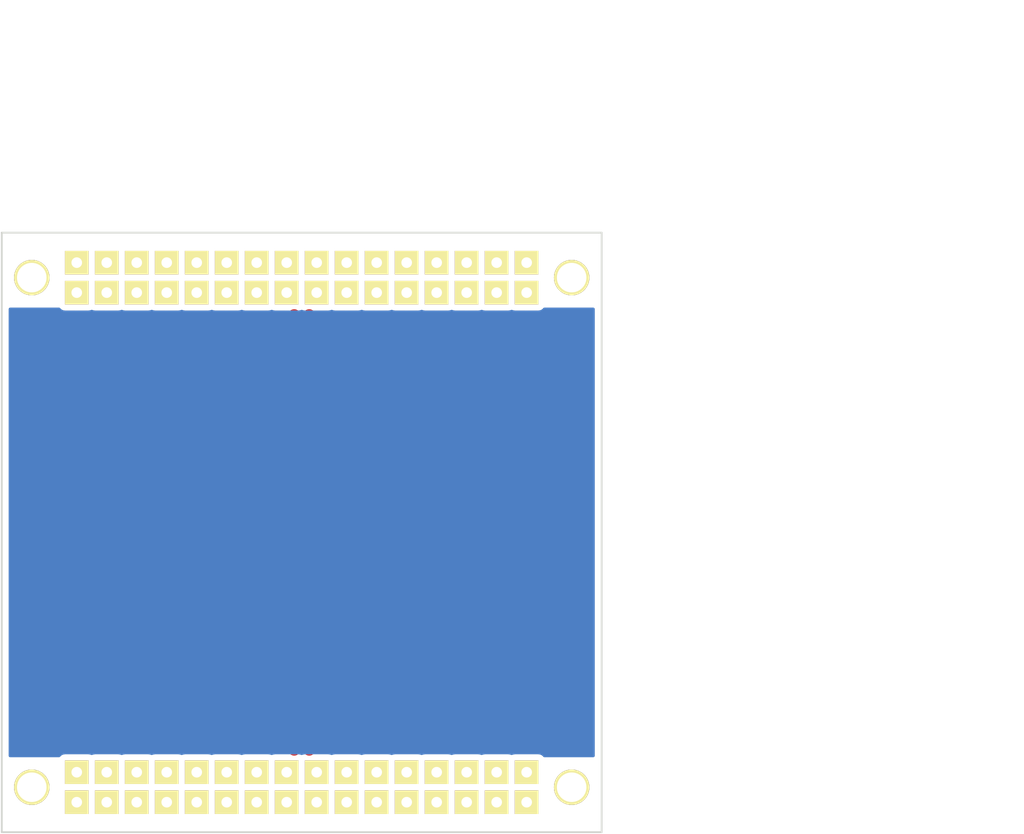
<source format=kicad_pcb>
(kicad_pcb (version 4) (host pcbnew 0.201602201416+6573~42~ubuntu14.04.1-product)
  (layers (0 F.Cu signal) (31 B.Cu signal) (34 B.Paste user) (35 F.Paste user) (36 B.SilkS user) (37 F.SilkS user) (38 B.Mask user) (39 F.Mask user) (44 Edge.Cuts user))
  (net 0 "")
  (module protolib:proto_pad4 (layer F.Cu) (at 189.865 109.22)
    (fp_text reference Ref** hide)
    (fp_text value Val** hide)
    (pad 1 smd rect (at 0 0) (size 1 2) (layers F.Cu F.Paste F.Mask))
  )
  (module protolib:proto_pad4 (layer F.Cu) (at 189.865 111.76)
    (fp_text reference Ref** hide)
    (fp_text value Val** hide)
    (pad 1 smd rect (at 0 0) (size 1 2) (layers F.Cu F.Paste F.Mask))
  )
  (module protolib:proto_pad4 (layer F.Cu) (at 188.595 111.76)
    (fp_text reference Ref** hide)
    (fp_text value Val** hide)
    (pad 1 smd rect (at 0 0) (size 1 2) (layers F.Cu F.Paste F.Mask))
  )
  (module protolib:proto_pad4 (layer F.Cu) (at 188.595 109.22)
    (fp_text reference Ref** hide)
    (fp_text value Val** hide)
    (pad 1 smd rect (at 0 0) (size 1 2) (layers F.Cu F.Paste F.Mask))
  )
  (module protolib:proto_pad4 (layer F.Cu) (at 180.975 111.76)
    (fp_text reference Ref** hide)
    (fp_text value Val** hide)
    (pad 1 smd rect (at 0 0) (size 1 2) (layers F.Cu F.Paste F.Mask))
  )
  (module protolib:proto_pad4 (layer F.Cu) (at 180.975 109.22)
    (fp_text reference Ref** hide)
    (fp_text value Val** hide)
    (pad 1 smd rect (at 0 0) (size 1 2) (layers F.Cu F.Paste F.Mask))
  )
  (module protolib:proto_pad4 (layer F.Cu) (at 189.865 116.84)
    (fp_text reference Ref** hide)
    (fp_text value Val** hide)
    (pad 1 smd rect (at 0 0) (size 1 2) (layers F.Cu F.Paste F.Mask))
  )
  (module protolib:proto_pad4 (layer F.Cu) (at 191.135 111.76)
    (fp_text reference Ref** hide)
    (fp_text value Val** hide)
    (pad 1 smd rect (at 0 0) (size 1 2) (layers F.Cu F.Paste F.Mask))
  )
  (module protolib:proto_pad4 (layer F.Cu) (at 189.865 119.38)
    (fp_text reference Ref** hide)
    (fp_text value Val** hide)
    (pad 1 smd rect (at 0 0) (size 1 2) (layers F.Cu F.Paste F.Mask))
  )
  (module protolib:proto_pad4 (layer F.Cu) (at 189.865 114.3)
    (fp_text reference Ref** hide)
    (fp_text value Val** hide)
    (pad 1 smd rect (at 0 0) (size 1 2) (layers F.Cu F.Paste F.Mask))
  )
  (module protolib:proto_pad4 (layer F.Cu) (at 191.135 116.84)
    (fp_text reference Ref** hide)
    (fp_text value Val** hide)
    (pad 1 smd rect (at 0 0) (size 1 2) (layers F.Cu F.Paste F.Mask))
  )
  (module protolib:proto_pad4 (layer F.Cu) (at 191.135 114.3)
    (fp_text reference Ref** hide)
    (fp_text value Val** hide)
    (pad 1 smd rect (at 0 0) (size 1 2) (layers F.Cu F.Paste F.Mask))
  )
  (module protolib:proto_pad4 (layer F.Cu) (at 191.135 119.38)
    (fp_text reference Ref** hide)
    (fp_text value Val** hide)
    (pad 1 smd rect (at 0 0) (size 1 2) (layers F.Cu F.Paste F.Mask))
  )
  (module protolib:proto_pad4 (layer F.Cu) (at 189.865 104.14)
    (fp_text reference Ref** hide)
    (fp_text value Val** hide)
    (pad 1 smd rect (at 0 0) (size 1 2) (layers F.Cu F.Paste F.Mask))
  )
  (module protolib:proto_pad4 (layer F.Cu) (at 191.135 104.14)
    (fp_text reference Ref** hide)
    (fp_text value Val** hide)
    (pad 1 smd rect (at 0 0) (size 1 2) (layers F.Cu F.Paste F.Mask))
  )
  (module protolib:proto_pad4 (layer F.Cu) (at 189.865 106.68)
    (fp_text reference Ref** hide)
    (fp_text value Val** hide)
    (pad 1 smd rect (at 0 0) (size 1 2) (layers F.Cu F.Paste F.Mask))
  )
  (module protolib:proto_pad4 (layer F.Cu) (at 191.135 106.68)
    (fp_text reference Ref** hide)
    (fp_text value Val** hide)
    (pad 1 smd rect (at 0 0) (size 1 2) (layers F.Cu F.Paste F.Mask))
  )
  (module protolib:proto_pad4 (layer F.Cu) (at 191.135 109.22)
    (fp_text reference Ref** hide)
    (fp_text value Val** hide)
    (pad 1 smd rect (at 0 0) (size 1 2) (layers F.Cu F.Paste F.Mask))
  )
  (module protolib:proto_pad4 (layer F.Cu) (at 191.135 101.6)
    (fp_text reference Ref** hide)
    (fp_text value Val** hide)
    (pad 1 smd rect (at 0 0) (size 1 2) (layers F.Cu F.Paste F.Mask))
  )
  (module protolib:proto_pad4 (layer F.Cu) (at 191.135 93.98)
    (fp_text reference Ref** hide)
    (fp_text value Val** hide)
    (pad 1 smd rect (at 0 0) (size 1 2) (layers F.Cu F.Paste F.Mask))
  )
  (module protolib:proto_pad4 (layer F.Cu) (at 189.865 93.98)
    (fp_text reference Ref** hide)
    (fp_text value Val** hide)
    (pad 1 smd rect (at 0 0) (size 1 2) (layers F.Cu F.Paste F.Mask))
  )
  (module protolib:proto_pad4 (layer F.Cu) (at 189.865 96.52)
    (fp_text reference Ref** hide)
    (fp_text value Val** hide)
    (pad 1 smd rect (at 0 0) (size 1 2) (layers F.Cu F.Paste F.Mask))
  )
  (module protolib:proto_pad4 (layer F.Cu) (at 191.135 96.52)
    (fp_text reference Ref** hide)
    (fp_text value Val** hide)
    (pad 1 smd rect (at 0 0) (size 1 2) (layers F.Cu F.Paste F.Mask))
  )
  (module protolib:proto_pad4 (layer F.Cu) (at 189.865 99.06)
    (fp_text reference Ref** hide)
    (fp_text value Val** hide)
    (pad 1 smd rect (at 0 0) (size 1 2) (layers F.Cu F.Paste F.Mask))
  )
  (module protolib:proto_pad4 (layer F.Cu) (at 189.865 101.6)
    (fp_text reference Ref** hide)
    (fp_text value Val** hide)
    (pad 1 smd rect (at 0 0) (size 1 2) (layers F.Cu F.Paste F.Mask))
  )
  (module protolib:proto_pad4 (layer F.Cu) (at 191.135 99.06)
    (fp_text reference Ref** hide)
    (fp_text value Val** hide)
    (pad 1 smd rect (at 0 0) (size 1 2) (layers F.Cu F.Paste F.Mask))
  )
  (module protolib:proto_pad4 (layer F.Cu) (at 191.135 83.82)
    (fp_text reference Ref** hide)
    (fp_text value Val** hide)
    (pad 1 smd rect (at 0 0) (size 1 2) (layers F.Cu F.Paste F.Mask))
  )
  (module protolib:proto_pad4 (layer F.Cu) (at 191.135 86.36)
    (fp_text reference Ref** hide)
    (fp_text value Val** hide)
    (pad 1 smd rect (at 0 0) (size 1 2) (layers F.Cu F.Paste F.Mask))
  )
  (module protolib:proto_pad4 (layer F.Cu) (at 191.135 88.9)
    (fp_text reference Ref** hide)
    (fp_text value Val** hide)
    (pad 1 smd rect (at 0 0) (size 1 2) (layers F.Cu F.Paste F.Mask))
  )
  (module protolib:proto_pad4 (layer F.Cu) (at 191.135 91.44)
    (fp_text reference Ref** hide)
    (fp_text value Val** hide)
    (pad 1 smd rect (at 0 0) (size 1 2) (layers F.Cu F.Paste F.Mask))
  )
  (module protolib:proto_pad4 (layer F.Cu) (at 189.865 88.9)
    (fp_text reference Ref** hide)
    (fp_text value Val** hide)
    (pad 1 smd rect (at 0 0) (size 1 2) (layers F.Cu F.Paste F.Mask))
  )
  (module protolib:proto_pad4 (layer F.Cu) (at 189.865 91.44)
    (fp_text reference Ref** hide)
    (fp_text value Val** hide)
    (pad 1 smd rect (at 0 0) (size 1 2) (layers F.Cu F.Paste F.Mask))
  )
  (module protolib:proto_pad4 (layer F.Cu) (at 189.865 86.36)
    (fp_text reference Ref** hide)
    (fp_text value Val** hide)
    (pad 1 smd rect (at 0 0) (size 1 2) (layers F.Cu F.Paste F.Mask))
  )
  (module protolib:proto_pad4 (layer F.Cu) (at 189.865 83.82)
    (fp_text reference Ref** hide)
    (fp_text value Val** hide)
    (pad 1 smd rect (at 0 0) (size 1 2) (layers F.Cu F.Paste F.Mask))
  )
  (module protolib:proto_pad4 (layer F.Cu) (at 164.465 116.84)
    (fp_text reference Ref** hide)
    (fp_text value Val** hide)
    (pad 1 smd rect (at 0 0) (size 1 2) (layers F.Cu F.Paste F.Mask))
  )
  (module protolib:proto_pad4 (layer F.Cu) (at 164.465 111.76)
    (fp_text reference Ref** hide)
    (fp_text value Val** hide)
    (pad 1 smd rect (at 0 0) (size 1 2) (layers F.Cu F.Paste F.Mask))
  )
  (module protolib:proto_pad4 (layer F.Cu) (at 165.735 111.76)
    (fp_text reference Ref** hide)
    (fp_text value Val** hide)
    (pad 1 smd rect (at 0 0) (size 1 2) (layers F.Cu F.Paste F.Mask))
  )
  (module protolib:proto_pad4 (layer F.Cu) (at 164.465 119.38)
    (fp_text reference Ref** hide)
    (fp_text value Val** hide)
    (pad 1 smd rect (at 0 0) (size 1 2) (layers F.Cu F.Paste F.Mask))
  )
  (module protolib:proto_pad4 (layer F.Cu) (at 164.465 114.3)
    (fp_text reference Ref** hide)
    (fp_text value Val** hide)
    (pad 1 smd rect (at 0 0) (size 1 2) (layers F.Cu F.Paste F.Mask))
  )
  (module protolib:proto_pad4 (layer F.Cu) (at 165.735 116.84)
    (fp_text reference Ref** hide)
    (fp_text value Val** hide)
    (pad 1 smd rect (at 0 0) (size 1 2) (layers F.Cu F.Paste F.Mask))
  )
  (module protolib:proto_pad4 (layer F.Cu) (at 165.735 114.3)
    (fp_text reference Ref** hide)
    (fp_text value Val** hide)
    (pad 1 smd rect (at 0 0) (size 1 2) (layers F.Cu F.Paste F.Mask))
  )
  (module protolib:proto_pad4 (layer F.Cu) (at 165.735 119.38)
    (fp_text reference Ref** hide)
    (fp_text value Val** hide)
    (pad 1 smd rect (at 0 0) (size 1 2) (layers F.Cu F.Paste F.Mask))
  )
  (module protolib:proto_pad4 (layer F.Cu) (at 164.465 104.14)
    (fp_text reference Ref** hide)
    (fp_text value Val** hide)
    (pad 1 smd rect (at 0 0) (size 1 2) (layers F.Cu F.Paste F.Mask))
  )
  (module protolib:proto_pad4 (layer F.Cu) (at 165.735 104.14)
    (fp_text reference Ref** hide)
    (fp_text value Val** hide)
    (pad 1 smd rect (at 0 0) (size 1 2) (layers F.Cu F.Paste F.Mask))
  )
  (module protolib:proto_pad4 (layer F.Cu) (at 164.465 106.68)
    (fp_text reference Ref** hide)
    (fp_text value Val** hide)
    (pad 1 smd rect (at 0 0) (size 1 2) (layers F.Cu F.Paste F.Mask))
  )
  (module protolib:proto_pad4 (layer F.Cu) (at 165.735 106.68)
    (fp_text reference Ref** hide)
    (fp_text value Val** hide)
    (pad 1 smd rect (at 0 0) (size 1 2) (layers F.Cu F.Paste F.Mask))
  )
  (module protolib:proto_pad4 (layer F.Cu) (at 164.465 109.22)
    (fp_text reference Ref** hide)
    (fp_text value Val** hide)
    (pad 1 smd rect (at 0 0) (size 1 2) (layers F.Cu F.Paste F.Mask))
  )
  (module protolib:proto_pad4 (layer F.Cu) (at 165.735 109.22)
    (fp_text reference Ref** hide)
    (fp_text value Val** hide)
    (pad 1 smd rect (at 0 0) (size 1 2) (layers F.Cu F.Paste F.Mask))
  )
  (module protolib:proto_pad4 (layer F.Cu) (at 165.735 101.6)
    (fp_text reference Ref** hide)
    (fp_text value Val** hide)
    (pad 1 smd rect (at 0 0) (size 1 2) (layers F.Cu F.Paste F.Mask))
  )
  (module protolib:proto_pad4 (layer F.Cu) (at 165.735 93.98)
    (fp_text reference Ref** hide)
    (fp_text value Val** hide)
    (pad 1 smd rect (at 0 0) (size 1 2) (layers F.Cu F.Paste F.Mask))
  )
  (module protolib:proto_pad4 (layer F.Cu) (at 164.465 93.98)
    (fp_text reference Ref** hide)
    (fp_text value Val** hide)
    (pad 1 smd rect (at 0 0) (size 1 2) (layers F.Cu F.Paste F.Mask))
  )
  (module protolib:proto_pad4 (layer F.Cu) (at 164.465 96.52)
    (fp_text reference Ref** hide)
    (fp_text value Val** hide)
    (pad 1 smd rect (at 0 0) (size 1 2) (layers F.Cu F.Paste F.Mask))
  )
  (module protolib:proto_pad4 (layer F.Cu) (at 165.735 96.52)
    (fp_text reference Ref** hide)
    (fp_text value Val** hide)
    (pad 1 smd rect (at 0 0) (size 1 2) (layers F.Cu F.Paste F.Mask))
  )
  (module protolib:proto_pad4 (layer F.Cu) (at 164.465 99.06)
    (fp_text reference Ref** hide)
    (fp_text value Val** hide)
    (pad 1 smd rect (at 0 0) (size 1 2) (layers F.Cu F.Paste F.Mask))
  )
  (module protolib:proto_pad4 (layer F.Cu) (at 164.465 101.6)
    (fp_text reference Ref** hide)
    (fp_text value Val** hide)
    (pad 1 smd rect (at 0 0) (size 1 2) (layers F.Cu F.Paste F.Mask))
  )
  (module protolib:proto_pad4 (layer F.Cu) (at 165.735 99.06)
    (fp_text reference Ref** hide)
    (fp_text value Val** hide)
    (pad 1 smd rect (at 0 0) (size 1 2) (layers F.Cu F.Paste F.Mask))
  )
  (module protolib:proto_pad4 (layer F.Cu) (at 165.735 83.82)
    (fp_text reference Ref** hide)
    (fp_text value Val** hide)
    (pad 1 smd rect (at 0 0) (size 1 2) (layers F.Cu F.Paste F.Mask))
  )
  (module protolib:proto_pad4 (layer F.Cu) (at 165.735 86.36)
    (fp_text reference Ref** hide)
    (fp_text value Val** hide)
    (pad 1 smd rect (at 0 0) (size 1 2) (layers F.Cu F.Paste F.Mask))
  )
  (module protolib:proto_pad4 (layer F.Cu) (at 165.735 88.9)
    (fp_text reference Ref** hide)
    (fp_text value Val** hide)
    (pad 1 smd rect (at 0 0) (size 1 2) (layers F.Cu F.Paste F.Mask))
  )
  (module protolib:proto_pad4 (layer F.Cu) (at 165.735 91.44)
    (fp_text reference Ref** hide)
    (fp_text value Val** hide)
    (pad 1 smd rect (at 0 0) (size 1 2) (layers F.Cu F.Paste F.Mask))
  )
  (module protolib:proto_pad4 (layer F.Cu) (at 164.465 88.9)
    (fp_text reference Ref** hide)
    (fp_text value Val** hide)
    (pad 1 smd rect (at 0 0) (size 1 2) (layers F.Cu F.Paste F.Mask))
  )
  (module protolib:proto_pad4 (layer F.Cu) (at 164.465 91.44)
    (fp_text reference Ref** hide)
    (fp_text value Val** hide)
    (pad 1 smd rect (at 0 0) (size 1 2) (layers F.Cu F.Paste F.Mask))
  )
  (module protolib:proto_pad4 (layer F.Cu) (at 164.465 86.36)
    (fp_text reference Ref** hide)
    (fp_text value Val** hide)
    (pad 1 smd rect (at 0 0) (size 1 2) (layers F.Cu F.Paste F.Mask))
  )
  (module protolib:proto_pad4 (layer F.Cu) (at 164.465 83.82)
    (fp_text reference Ref** hide)
    (fp_text value Val** hide)
    (pad 1 smd rect (at 0 0) (size 1 2) (layers F.Cu F.Paste F.Mask))
  )
  (module protolib:proto_pad2 (layer F.Cu) (at 163.83 81.28)
    (fp_text reference proto_pad2 hide)
    (fp_text value VAL** hide)
    (pad 1 thru_hole rect (at 0 0) (size 1.99898 1.99898) (drill 0.89916) (layers *.Cu *.Mask F.SilkS))
  )
  (module protolib:proto_pad2 (layer F.Cu) (at 163.83 78.74)
    (fp_text reference proto_pad2 hide)
    (fp_text value VAL** hide)
    (pad 1 thru_hole rect (at 0 0) (size 1.99898 1.99898) (drill 0.89916) (layers *.Cu *.Mask F.SilkS))
  )
  (module protolib:proto_pad2 (layer F.Cu) (at 189.23 81.28)
    (fp_text reference proto_pad2 hide)
    (fp_text value VAL** hide)
    (pad 1 thru_hole rect (at 0 0) (size 1.99898 1.99898) (drill 0.89916) (layers *.Cu *.Mask F.SilkS))
  )
  (module protolib:proto_pad2 (layer F.Cu) (at 189.23 78.74)
    (fp_text reference proto_pad2 hide)
    (fp_text value VAL** hide)
    (pad 1 thru_hole rect (at 0 0) (size 1.99898 1.99898) (drill 0.89916) (layers *.Cu *.Mask F.SilkS))
  )
  (module protolib:proto_pad2 (layer F.Cu) (at 189.23 124.46)
    (fp_text reference proto_pad2 hide)
    (fp_text value VAL** hide)
    (pad 1 thru_hole rect (at 0 0) (size 1.99898 1.99898) (drill 0.89916) (layers *.Cu *.Mask F.SilkS))
  )
  (module protolib:proto_pad2 (layer F.Cu) (at 189.23 121.92)
    (fp_text reference proto_pad2 hide)
    (fp_text value VAL** hide)
    (pad 1 thru_hole rect (at 0 0) (size 1.99898 1.99898) (drill 0.89916) (layers *.Cu *.Mask F.SilkS))
  )
  (module protolib:proto_pad2 (layer F.Cu) (at 163.83 124.46)
    (fp_text reference proto_pad2 hide)
    (fp_text value VAL** hide)
    (pad 1 thru_hole rect (at 0 0) (size 1.99898 1.99898) (drill 0.89916) (layers *.Cu *.Mask F.SilkS))
  )
  (module protolib:proto_pad2 (layer F.Cu) (at 163.83 121.92)
    (fp_text reference proto_pad2 hide)
    (fp_text value VAL** hide)
    (pad 1 thru_hole rect (at 0 0) (size 1.99898 1.99898) (drill 0.89916) (layers *.Cu *.Mask F.SilkS))
  )
  (module protolib:proto_pad4 (layer F.Cu) (at 197.485 119.38)
    (fp_text reference Ref** hide)
    (fp_text value Val** hide)
    (pad 1 smd rect (at 0 0) (size 1 2) (layers F.Cu F.Paste F.Mask))
  )
  (module protolib:proto_pad4 (layer F.Cu) (at 197.485 116.84)
    (fp_text reference Ref** hide)
    (fp_text value Val** hide)
    (pad 1 smd rect (at 0 0) (size 1 2) (layers F.Cu F.Paste F.Mask))
  )
  (module protolib:proto_pad4 (layer F.Cu) (at 198.755 119.38)
    (fp_text reference Ref** hide)
    (fp_text value Val** hide)
    (pad 1 smd rect (at 0 0) (size 1 2) (layers F.Cu F.Paste F.Mask))
  )
  (module protolib:proto_pad4 (layer F.Cu) (at 198.755 116.84)
    (fp_text reference Ref** hide)
    (fp_text value Val** hide)
    (pad 1 smd rect (at 0 0) (size 1 2) (layers F.Cu F.Paste F.Mask))
  )
  (module protolib:proto_pad4 (layer F.Cu) (at 197.485 114.3)
    (fp_text reference Ref** hide)
    (fp_text value Val** hide)
    (pad 1 smd rect (at 0 0) (size 1 2) (layers F.Cu F.Paste F.Mask))
  )
  (module protolib:proto_pad4 (layer F.Cu) (at 198.755 114.3)
    (fp_text reference Ref** hide)
    (fp_text value Val** hide)
    (pad 1 smd rect (at 0 0) (size 1 2) (layers F.Cu F.Paste F.Mask))
  )
  (module protolib:proto_pad4 (layer F.Cu) (at 197.485 106.68)
    (fp_text reference Ref** hide)
    (fp_text value Val** hide)
    (pad 1 smd rect (at 0 0) (size 1 2) (layers F.Cu F.Paste F.Mask))
  )
  (module protolib:proto_pad4 (layer F.Cu) (at 198.755 106.68)
    (fp_text reference Ref** hide)
    (fp_text value Val** hide)
    (pad 1 smd rect (at 0 0) (size 1 2) (layers F.Cu F.Paste F.Mask))
  )
  (module protolib:proto_pad4 (layer F.Cu) (at 198.755 109.22)
    (fp_text reference Ref** hide)
    (fp_text value Val** hide)
    (pad 1 smd rect (at 0 0) (size 1 2) (layers F.Cu F.Paste F.Mask))
  )
  (module protolib:proto_pad4 (layer F.Cu) (at 198.755 111.76)
    (fp_text reference Ref** hide)
    (fp_text value Val** hide)
    (pad 1 smd rect (at 0 0) (size 1 2) (layers F.Cu F.Paste F.Mask))
  )
  (module protolib:proto_pad4 (layer F.Cu) (at 197.485 109.22)
    (fp_text reference Ref** hide)
    (fp_text value Val** hide)
    (pad 1 smd rect (at 0 0) (size 1 2) (layers F.Cu F.Paste F.Mask))
  )
  (module protolib:proto_pad4 (layer F.Cu) (at 197.485 111.76)
    (fp_text reference Ref** hide)
    (fp_text value Val** hide)
    (pad 1 smd rect (at 0 0) (size 1 2) (layers F.Cu F.Paste F.Mask))
  )
  (module protolib:proto_pad4 (layer F.Cu) (at 197.485 104.14)
    (fp_text reference Ref** hide)
    (fp_text value Val** hide)
    (pad 1 smd rect (at 0 0) (size 1 2) (layers F.Cu F.Paste F.Mask))
  )
  (module protolib:proto_pad4 (layer F.Cu) (at 198.755 104.14)
    (fp_text reference Ref** hide)
    (fp_text value Val** hide)
    (pad 1 smd rect (at 0 0) (size 1 2) (layers F.Cu F.Paste F.Mask))
  )
  (module protolib:proto_pad4 (layer F.Cu) (at 194.945 109.22)
    (fp_text reference Ref** hide)
    (fp_text value Val** hide)
    (pad 1 smd rect (at 0 0) (size 1 2) (layers F.Cu F.Paste F.Mask))
  )
  (module protolib:proto_pad4 (layer F.Cu) (at 196.215 109.22)
    (fp_text reference Ref** hide)
    (fp_text value Val** hide)
    (pad 1 smd rect (at 0 0) (size 1 2) (layers F.Cu F.Paste F.Mask))
  )
  (module protolib:proto_pad4 (layer F.Cu) (at 196.215 116.84)
    (fp_text reference Ref** hide)
    (fp_text value Val** hide)
    (pad 1 smd rect (at 0 0) (size 1 2) (layers F.Cu F.Paste F.Mask))
  )
  (module protolib:proto_pad4 (layer F.Cu) (at 193.675 116.84)
    (fp_text reference Ref** hide)
    (fp_text value Val** hide)
    (pad 1 smd rect (at 0 0) (size 1 2) (layers F.Cu F.Paste F.Mask))
  )
  (module protolib:proto_pad4 (layer F.Cu) (at 194.945 116.84)
    (fp_text reference Ref** hide)
    (fp_text value Val** hide)
    (pad 1 smd rect (at 0 0) (size 1 2) (layers F.Cu F.Paste F.Mask))
  )
  (module protolib:proto_pad4 (layer F.Cu) (at 194.945 119.38)
    (fp_text reference Ref** hide)
    (fp_text value Val** hide)
    (pad 1 smd rect (at 0 0) (size 1 2) (layers F.Cu F.Paste F.Mask))
  )
  (module protolib:proto_pad4 (layer F.Cu) (at 196.215 119.38)
    (fp_text reference Ref** hide)
    (fp_text value Val** hide)
    (pad 1 smd rect (at 0 0) (size 1 2) (layers F.Cu F.Paste F.Mask))
  )
  (module protolib:proto_pad4 (layer F.Cu) (at 192.405 114.3)
    (fp_text reference Ref** hide)
    (fp_text value Val** hide)
    (pad 1 smd rect (at 0 0) (size 1 2) (layers F.Cu F.Paste F.Mask))
  )
  (module protolib:proto_pad4 (layer F.Cu) (at 187.325 116.84)
    (fp_text reference Ref** hide)
    (fp_text value Val** hide)
    (pad 1 smd rect (at 0 0) (size 1 2) (layers F.Cu F.Paste F.Mask))
  )
  (module protolib:proto_pad4 (layer F.Cu) (at 188.595 116.84)
    (fp_text reference Ref** hide)
    (fp_text value Val** hide)
    (pad 1 smd rect (at 0 0) (size 1 2) (layers F.Cu F.Paste F.Mask))
  )
  (module protolib:proto_pad4 (layer F.Cu) (at 187.325 114.3)
    (fp_text reference Ref** hide)
    (fp_text value Val** hide)
    (pad 1 smd rect (at 0 0) (size 1 2) (layers F.Cu F.Paste F.Mask))
  )
  (module protolib:proto_pad4 (layer F.Cu) (at 192.405 116.84)
    (fp_text reference Ref** hide)
    (fp_text value Val** hide)
    (pad 1 smd rect (at 0 0) (size 1 2) (layers F.Cu F.Paste F.Mask))
  )
  (module protolib:proto_pad4 (layer F.Cu) (at 193.675 119.38)
    (fp_text reference Ref** hide)
    (fp_text value Val** hide)
    (pad 1 smd rect (at 0 0) (size 1 2) (layers F.Cu F.Paste F.Mask))
  )
  (module protolib:proto_pad4 (layer F.Cu) (at 188.595 119.38)
    (fp_text reference Ref** hide)
    (fp_text value Val** hide)
    (pad 1 smd rect (at 0 0) (size 1 2) (layers F.Cu F.Paste F.Mask))
  )
  (module protolib:proto_pad4 (layer F.Cu) (at 192.405 119.38)
    (fp_text reference Ref** hide)
    (fp_text value Val** hide)
    (pad 1 smd rect (at 0 0) (size 1 2) (layers F.Cu F.Paste F.Mask))
  )
  (module protolib:proto_pad4 (layer F.Cu) (at 187.325 119.38)
    (fp_text reference Ref** hide)
    (fp_text value Val** hide)
    (pad 1 smd rect (at 0 0) (size 1 2) (layers F.Cu F.Paste F.Mask))
  )
  (module protolib:proto_pad4 (layer F.Cu) (at 186.055 119.38)
    (fp_text reference Ref** hide)
    (fp_text value Val** hide)
    (pad 1 smd rect (at 0 0) (size 1 2) (layers F.Cu F.Paste F.Mask))
  )
  (module protolib:proto_pad4 (layer F.Cu) (at 182.245 119.38)
    (fp_text reference Ref** hide)
    (fp_text value Val** hide)
    (pad 1 smd rect (at 0 0) (size 1 2) (layers F.Cu F.Paste F.Mask))
  )
  (module protolib:proto_pad4 (layer F.Cu) (at 183.515 119.38)
    (fp_text reference Ref** hide)
    (fp_text value Val** hide)
    (pad 1 smd rect (at 0 0) (size 1 2) (layers F.Cu F.Paste F.Mask))
  )
  (module protolib:proto_pad4 (layer F.Cu) (at 184.785 119.38)
    (fp_text reference Ref** hide)
    (fp_text value Val** hide)
    (pad 1 smd rect (at 0 0) (size 1 2) (layers F.Cu F.Paste F.Mask))
  )
  (module protolib:proto_pad4 (layer F.Cu) (at 180.975 114.3)
    (fp_text reference Ref** hide)
    (fp_text value Val** hide)
    (pad 1 smd rect (at 0 0) (size 1 2) (layers F.Cu F.Paste F.Mask))
  )
  (module protolib:proto_pad4 (layer F.Cu) (at 180.975 116.84)
    (fp_text reference Ref** hide)
    (fp_text value Val** hide)
    (pad 1 smd rect (at 0 0) (size 1 2) (layers F.Cu F.Paste F.Mask))
  )
  (module protolib:proto_pad4 (layer F.Cu) (at 182.245 116.84)
    (fp_text reference Ref** hide)
    (fp_text value Val** hide)
    (pad 1 smd rect (at 0 0) (size 1 2) (layers F.Cu F.Paste F.Mask))
  )
  (module protolib:proto_pad4 (layer F.Cu) (at 179.705 114.3)
    (fp_text reference Ref** hide)
    (fp_text value Val** hide)
    (pad 1 smd rect (at 0 0) (size 1 2) (layers F.Cu F.Paste F.Mask))
  )
  (module protolib:proto_pad4 (layer F.Cu) (at 170.815 109.22)
    (fp_text reference Ref** hide)
    (fp_text value Val** hide)
    (pad 1 smd rect (at 0 0) (size 1 2) (layers F.Cu F.Paste F.Mask))
  )
  (module protolib:proto_pad4 (layer F.Cu) (at 179.705 116.84)
    (fp_text reference Ref** hide)
    (fp_text value Val** hide)
    (pad 1 smd rect (at 0 0) (size 1 2) (layers F.Cu F.Paste F.Mask))
  )
  (module protolib:proto_pad4 (layer F.Cu) (at 183.515 116.84)
    (fp_text reference Ref** hide)
    (fp_text value Val** hide)
    (pad 1 smd rect (at 0 0) (size 1 2) (layers F.Cu F.Paste F.Mask))
  )
  (module protolib:proto_pad4 (layer F.Cu) (at 193.675 109.22)
    (fp_text reference Ref** hide)
    (fp_text value Val** hide)
    (pad 1 smd rect (at 0 0) (size 1 2) (layers F.Cu F.Paste F.Mask))
  )
  (module protolib:proto_pad4 (layer F.Cu) (at 188.595 114.3)
    (fp_text reference Ref** hide)
    (fp_text value Val** hide)
    (pad 1 smd rect (at 0 0) (size 1 2) (layers F.Cu F.Paste F.Mask))
  )
  (module protolib:proto_pad4 (layer F.Cu) (at 186.055 114.3)
    (fp_text reference Ref** hide)
    (fp_text value Val** hide)
    (pad 1 smd rect (at 0 0) (size 1 2) (layers F.Cu F.Paste F.Mask))
  )
  (module protolib:proto_pad4 (layer F.Cu) (at 172.085 109.22)
    (fp_text reference Ref** hide)
    (fp_text value Val** hide)
    (pad 1 smd rect (at 0 0) (size 1 2) (layers F.Cu F.Paste F.Mask))
  )
  (module protolib:proto_pad4 (layer F.Cu) (at 184.785 116.84)
    (fp_text reference Ref** hide)
    (fp_text value Val** hide)
    (pad 1 smd rect (at 0 0) (size 1 2) (layers F.Cu F.Paste F.Mask))
  )
  (module protolib:proto_pad4 (layer F.Cu) (at 186.055 116.84)
    (fp_text reference Ref** hide)
    (fp_text value Val** hide)
    (pad 1 smd rect (at 0 0) (size 1 2) (layers F.Cu F.Paste F.Mask))
  )
  (module protolib:proto_pad4 (layer F.Cu) (at 173.355 109.22)
    (fp_text reference Ref** hide)
    (fp_text value Val** hide)
    (pad 1 smd rect (at 0 0) (size 1 2) (layers F.Cu F.Paste F.Mask))
  )
  (module protolib:proto_pad4 (layer F.Cu) (at 179.705 119.38)
    (fp_text reference Ref** hide)
    (fp_text value Val** hide)
    (pad 1 smd rect (at 0 0) (size 1 2) (layers F.Cu F.Paste F.Mask))
  )
  (module protolib:proto_pad4 (layer F.Cu) (at 180.975 119.38)
    (fp_text reference Ref** hide)
    (fp_text value Val** hide)
    (pad 1 smd rect (at 0 0) (size 1 2) (layers F.Cu F.Paste F.Mask))
  )
  (module protolib:proto_pad4 (layer F.Cu) (at 187.325 109.22)
    (fp_text reference Ref** hide)
    (fp_text value Val** hide)
    (pad 1 smd rect (at 0 0) (size 1 2) (layers F.Cu F.Paste F.Mask))
  )
  (module protolib:proto_pad4 (layer F.Cu) (at 192.405 111.76)
    (fp_text reference Ref** hide)
    (fp_text value Val** hide)
    (pad 1 smd rect (at 0 0) (size 1 2) (layers F.Cu F.Paste F.Mask))
  )
  (module protolib:proto_sot23_long (layer F.Cu) (at 194.945 113.03)
    (fp_text reference proto_sot23 hide)
    (fp_text value VAL** hide)
    (pad 1 smd rect (at -0.94996 1.25) (size 0.57912 1.5) (layers F.Cu F.Paste F.Mask))
    (pad 2 smd rect (at 0 1.25) (size 0.57912 1.5) (layers F.Cu F.Paste F.Mask))
    (pad 3 smd rect (at 0.95 1.25) (size 0.57912 1.5) (layers F.Cu F.Paste F.Mask))
    (pad 4 smd rect (at 0.95 -1.25) (size 0.57912 1.5) (layers F.Cu F.Paste F.Mask))
    (pad 5 smd rect (at 0 -1.25) (size 0.57912 1.5) (layers F.Cu F.Paste F.Mask))
    (pad 6 smd rect (at -0.95 -1.25) (size 0.57912 1.5) (layers F.Cu F.Paste F.Mask))
  )
  (module protolib:proto_pad4 (layer F.Cu) (at 192.405 109.22)
    (fp_text reference Ref** hide)
    (fp_text value Val** hide)
    (pad 1 smd rect (at 0 0) (size 1 2) (layers F.Cu F.Paste F.Mask))
  )
  (module protolib:proto_pad4 (layer F.Cu) (at 186.055 111.76)
    (fp_text reference Ref** hide)
    (fp_text value Val** hide)
    (pad 1 smd rect (at 0 0) (size 1 2) (layers F.Cu F.Paste F.Mask))
  )
  (module protolib:proto_pad4 (layer F.Cu) (at 187.325 111.76)
    (fp_text reference Ref** hide)
    (fp_text value Val** hide)
    (pad 1 smd rect (at 0 0) (size 1 2) (layers F.Cu F.Paste F.Mask))
  )
  (module protolib:proto_pad4 (layer F.Cu) (at 187.325 106.68)
    (fp_text reference Ref** hide)
    (fp_text value Val** hide)
    (pad 1 smd rect (at 0 0) (size 1 2) (layers F.Cu F.Paste F.Mask))
  )
  (module protolib:proto_pad4 (layer F.Cu) (at 192.405 104.14)
    (fp_text reference Ref** hide)
    (fp_text value Val** hide)
    (pad 1 smd rect (at 0 0) (size 1 2) (layers F.Cu F.Paste F.Mask))
  )
  (module protolib:proto_pad4 (layer F.Cu) (at 188.595 106.68)
    (fp_text reference Ref** hide)
    (fp_text value Val** hide)
    (pad 1 smd rect (at 0 0) (size 1 2) (layers F.Cu F.Paste F.Mask))
  )
  (module protolib:proto_pad4 (layer F.Cu) (at 192.405 106.68)
    (fp_text reference Ref** hide)
    (fp_text value Val** hide)
    (pad 1 smd rect (at 0 0) (size 1 2) (layers F.Cu F.Paste F.Mask))
  )
  (module protolib:proto_pad4 (layer F.Cu) (at 188.595 104.14)
    (fp_text reference Ref** hide)
    (fp_text value Val** hide)
    (pad 1 smd rect (at 0 0) (size 1 2) (layers F.Cu F.Paste F.Mask))
  )
  (module protolib:proto_pad4 (layer F.Cu) (at 187.325 104.14)
    (fp_text reference Ref** hide)
    (fp_text value Val** hide)
    (pad 1 smd rect (at 0 0) (size 1 2) (layers F.Cu F.Paste F.Mask))
  )
  (module protolib:proto_pad4 (layer F.Cu) (at 186.055 104.14)
    (fp_text reference Ref** hide)
    (fp_text value Val** hide)
    (pad 1 smd rect (at 0 0) (size 1 2) (layers F.Cu F.Paste F.Mask))
  )
  (module protolib:proto_pad4 (layer F.Cu) (at 183.515 104.14)
    (fp_text reference Ref** hide)
    (fp_text value Val** hide)
    (pad 1 smd rect (at 0 0) (size 1 2) (layers F.Cu F.Paste F.Mask))
  )
  (module protolib:proto_pad4 (layer F.Cu) (at 186.055 109.22)
    (fp_text reference Ref** hide)
    (fp_text value Val** hide)
    (pad 1 smd rect (at 0 0) (size 1 2) (layers F.Cu F.Paste F.Mask))
  )
  (module protolib:proto_pad4 (layer F.Cu) (at 184.785 104.14)
    (fp_text reference Ref** hide)
    (fp_text value Val** hide)
    (pad 1 smd rect (at 0 0) (size 1 2) (layers F.Cu F.Paste F.Mask))
  )
  (module protolib:proto_pad4 (layer F.Cu) (at 186.055 106.68)
    (fp_text reference Ref** hide)
    (fp_text value Val** hide)
    (pad 1 smd rect (at 0 0) (size 1 2) (layers F.Cu F.Paste F.Mask))
  )
  (module protolib:proto_pad4 (layer F.Cu) (at 184.785 106.68)
    (fp_text reference Ref** hide)
    (fp_text value Val** hide)
    (pad 1 smd rect (at 0 0) (size 1 2) (layers F.Cu F.Paste F.Mask))
  )
  (module protolib:proto_pad4 (layer F.Cu) (at 183.515 106.68)
    (fp_text reference Ref** hide)
    (fp_text value Val** hide)
    (pad 1 smd rect (at 0 0) (size 1 2) (layers F.Cu F.Paste F.Mask))
  )
  (module protolib:proto_pad4 (layer F.Cu) (at 193.675 106.68)
    (fp_text reference Ref** hide)
    (fp_text value Val** hide)
    (pad 1 smd rect (at 0 0) (size 1 2) (layers F.Cu F.Paste F.Mask))
  )
  (module protolib:proto_pad4 (layer F.Cu) (at 193.675 104.14)
    (fp_text reference Ref** hide)
    (fp_text value Val** hide)
    (pad 1 smd rect (at 0 0) (size 1 2) (layers F.Cu F.Paste F.Mask))
  )
  (module protolib:proto_pad4 (layer F.Cu) (at 194.945 106.68)
    (fp_text reference Ref** hide)
    (fp_text value Val** hide)
    (pad 1 smd rect (at 0 0) (size 1 2) (layers F.Cu F.Paste F.Mask))
  )
  (module protolib:proto_pad4 (layer F.Cu) (at 196.215 106.68)
    (fp_text reference Ref** hide)
    (fp_text value Val** hide)
    (pad 1 smd rect (at 0 0) (size 1 2) (layers F.Cu F.Paste F.Mask))
  )
  (module protolib:proto_pad4 (layer F.Cu) (at 196.215 104.14)
    (fp_text reference Ref** hide)
    (fp_text value Val** hide)
    (pad 1 smd rect (at 0 0) (size 1 2) (layers F.Cu F.Paste F.Mask))
  )
  (module protolib:proto_pad4 (layer F.Cu) (at 194.945 104.14)
    (fp_text reference Ref** hide)
    (fp_text value Val** hide)
    (pad 1 smd rect (at 0 0) (size 1 2) (layers F.Cu F.Paste F.Mask))
  )
  (module protolib:proto_pad4 (layer F.Cu) (at 179.705 106.68)
    (fp_text reference Ref** hide)
    (fp_text value Val** hide)
    (pad 1 smd rect (at 0 0) (size 1 2) (layers F.Cu F.Paste F.Mask))
  )
  (module protolib:proto_pad4 (layer F.Cu) (at 180.975 106.68)
    (fp_text reference Ref** hide)
    (fp_text value Val** hide)
    (pad 1 smd rect (at 0 0) (size 1 2) (layers F.Cu F.Paste F.Mask))
  )
  (module protolib:proto_pad4 (layer F.Cu) (at 182.245 104.14)
    (fp_text reference Ref** hide)
    (fp_text value Val** hide)
    (pad 1 smd rect (at 0 0) (size 1 2) (layers F.Cu F.Paste F.Mask))
  )
  (module protolib:proto_pad4 (layer F.Cu) (at 179.705 104.14)
    (fp_text reference Ref** hide)
    (fp_text value Val** hide)
    (pad 1 smd rect (at 0 0) (size 1 2) (layers F.Cu F.Paste F.Mask))
  )
  (module protolib:proto_pad4 (layer F.Cu) (at 180.975 104.14)
    (fp_text reference Ref** hide)
    (fp_text value Val** hide)
    (pad 1 smd rect (at 0 0) (size 1 2) (layers F.Cu F.Paste F.Mask))
  )
  (module protolib:proto_pad4 (layer F.Cu) (at 182.245 106.68)
    (fp_text reference Ref** hide)
    (fp_text value Val** hide)
    (pad 1 smd rect (at 0 0) (size 1 2) (layers F.Cu F.Paste F.Mask))
  )
  (module protolib:proto_sot23_long (layer F.Cu) (at 183.515 113.03)
    (fp_text reference proto_sot23 hide)
    (fp_text value VAL** hide)
    (pad 1 smd rect (at -0.94996 1.25) (size 0.57912 1.5) (layers F.Cu F.Paste F.Mask))
    (pad 2 smd rect (at 0 1.25) (size 0.57912 1.5) (layers F.Cu F.Paste F.Mask))
    (pad 3 smd rect (at 0.95 1.25) (size 0.57912 1.5) (layers F.Cu F.Paste F.Mask))
    (pad 4 smd rect (at 0.95 -1.25) (size 0.57912 1.5) (layers F.Cu F.Paste F.Mask))
    (pad 5 smd rect (at 0 -1.25) (size 0.57912 1.5) (layers F.Cu F.Paste F.Mask))
    (pad 6 smd rect (at -0.95 -1.25) (size 0.57912 1.5) (layers F.Cu F.Paste F.Mask))
  )
  (module protolib:proto_pad4 (layer F.Cu) (at 179.705 111.76)
    (fp_text reference Ref** hide)
    (fp_text value Val** hide)
    (pad 1 smd rect (at 0 0) (size 1 2) (layers F.Cu F.Paste F.Mask))
  )
  (module protolib:proto_pad4 (layer F.Cu) (at 179.705 109.22)
    (fp_text reference Ref** hide)
    (fp_text value Val** hide)
    (pad 1 smd rect (at 0 0) (size 1 2) (layers F.Cu F.Paste F.Mask))
  )
  (module protolib:proto_pad4 (layer F.Cu) (at 174.625 119.38)
    (fp_text reference Ref** hide)
    (fp_text value Val** hide)
    (pad 1 smd rect (at 0 0) (size 1 2) (layers F.Cu F.Paste F.Mask))
  )
  (module protolib:proto_pad4 (layer F.Cu) (at 174.625 116.84)
    (fp_text reference Ref** hide)
    (fp_text value Val** hide)
    (pad 1 smd rect (at 0 0) (size 1 2) (layers F.Cu F.Paste F.Mask))
  )
  (module protolib:proto_pad4 (layer F.Cu) (at 175.895 119.38)
    (fp_text reference Ref** hide)
    (fp_text value Val** hide)
    (pad 1 smd rect (at 0 0) (size 1 2) (layers F.Cu F.Paste F.Mask))
  )
  (module protolib:proto_pad4 (layer F.Cu) (at 175.895 116.84)
    (fp_text reference Ref** hide)
    (fp_text value Val** hide)
    (pad 1 smd rect (at 0 0) (size 1 2) (layers F.Cu F.Paste F.Mask))
  )
  (module protolib:proto_pad4 (layer F.Cu) (at 174.625 114.3)
    (fp_text reference Ref** hide)
    (fp_text value Val** hide)
    (pad 1 smd rect (at 0 0) (size 1 2) (layers F.Cu F.Paste F.Mask))
  )
  (module protolib:proto_pad4 (layer F.Cu) (at 175.895 114.3)
    (fp_text reference Ref** hide)
    (fp_text value Val** hide)
    (pad 1 smd rect (at 0 0) (size 1 2) (layers F.Cu F.Paste F.Mask))
  )
  (module protolib:proto_pad4 (layer F.Cu) (at 174.625 106.68)
    (fp_text reference Ref** hide)
    (fp_text value Val** hide)
    (pad 1 smd rect (at 0 0) (size 1 2) (layers F.Cu F.Paste F.Mask))
  )
  (module protolib:proto_pad4 (layer F.Cu) (at 175.895 106.68)
    (fp_text reference Ref** hide)
    (fp_text value Val** hide)
    (pad 1 smd rect (at 0 0) (size 1 2) (layers F.Cu F.Paste F.Mask))
  )
  (module protolib:proto_pad4 (layer F.Cu) (at 175.895 109.22)
    (fp_text reference Ref** hide)
    (fp_text value Val** hide)
    (pad 1 smd rect (at 0 0) (size 1 2) (layers F.Cu F.Paste F.Mask))
  )
  (module protolib:proto_pad4 (layer F.Cu) (at 175.895 111.76)
    (fp_text reference Ref** hide)
    (fp_text value Val** hide)
    (pad 1 smd rect (at 0 0) (size 1 2) (layers F.Cu F.Paste F.Mask))
  )
  (module protolib:proto_pad4 (layer F.Cu) (at 174.625 109.22)
    (fp_text reference Ref** hide)
    (fp_text value Val** hide)
    (pad 1 smd rect (at 0 0) (size 1 2) (layers F.Cu F.Paste F.Mask))
  )
  (module protolib:proto_pad4 (layer F.Cu) (at 174.625 111.76)
    (fp_text reference Ref** hide)
    (fp_text value Val** hide)
    (pad 1 smd rect (at 0 0) (size 1 2) (layers F.Cu F.Paste F.Mask))
  )
  (module protolib:proto_pad4 (layer F.Cu) (at 174.625 104.14)
    (fp_text reference Ref** hide)
    (fp_text value Val** hide)
    (pad 1 smd rect (at 0 0) (size 1 2) (layers F.Cu F.Paste F.Mask))
  )
  (module protolib:proto_pad4 (layer F.Cu) (at 175.895 104.14)
    (fp_text reference Ref** hide)
    (fp_text value Val** hide)
    (pad 1 smd rect (at 0 0) (size 1 2) (layers F.Cu F.Paste F.Mask))
  )
  (module protolib:proto_pad4 (layer F.Cu) (at 183.515 109.22)
    (fp_text reference Ref** hide)
    (fp_text value Val** hide)
    (pad 1 smd rect (at 0 0) (size 1 2) (layers F.Cu F.Paste F.Mask))
  )
  (module protolib:proto_pad4 (layer F.Cu) (at 184.785 109.22)
    (fp_text reference Ref** hide)
    (fp_text value Val** hide)
    (pad 1 smd rect (at 0 0) (size 1 2) (layers F.Cu F.Paste F.Mask))
  )
  (module protolib:proto_pad4 (layer F.Cu) (at 173.355 116.84)
    (fp_text reference Ref** hide)
    (fp_text value Val** hide)
    (pad 1 smd rect (at 0 0) (size 1 2) (layers F.Cu F.Paste F.Mask))
  )
  (module protolib:proto_pad4 (layer F.Cu) (at 170.815 116.84)
    (fp_text reference Ref** hide)
    (fp_text value Val** hide)
    (pad 1 smd rect (at 0 0) (size 1 2) (layers F.Cu F.Paste F.Mask))
  )
  (module protolib:proto_pad4 (layer F.Cu) (at 172.085 116.84)
    (fp_text reference Ref** hide)
    (fp_text value Val** hide)
    (pad 1 smd rect (at 0 0) (size 1 2) (layers F.Cu F.Paste F.Mask))
  )
  (module protolib:proto_pad4 (layer F.Cu) (at 172.085 119.38)
    (fp_text reference Ref** hide)
    (fp_text value Val** hide)
    (pad 1 smd rect (at 0 0) (size 1 2) (layers F.Cu F.Paste F.Mask))
  )
  (module protolib:proto_pad4 (layer F.Cu) (at 173.355 119.38)
    (fp_text reference Ref** hide)
    (fp_text value Val** hide)
    (pad 1 smd rect (at 0 0) (size 1 2) (layers F.Cu F.Paste F.Mask))
  )
  (module protolib:proto_pad4 (layer F.Cu) (at 169.545 114.3)
    (fp_text reference Ref** hide)
    (fp_text value Val** hide)
    (pad 1 smd rect (at 0 0) (size 1 2) (layers F.Cu F.Paste F.Mask))
  )
  (module protolib:proto_pad4 (layer F.Cu) (at 167.005 116.84)
    (fp_text reference Ref** hide)
    (fp_text value Val** hide)
    (pad 1 smd rect (at 0 0) (size 1 2) (layers F.Cu F.Paste F.Mask))
  )
  (module protolib:proto_pad4 (layer F.Cu) (at 168.275 116.84)
    (fp_text reference Ref** hide)
    (fp_text value Val** hide)
    (pad 1 smd rect (at 0 0) (size 1 2) (layers F.Cu F.Paste F.Mask))
  )
  (module protolib:proto_pad4 (layer F.Cu) (at 167.005 114.3)
    (fp_text reference Ref** hide)
    (fp_text value Val** hide)
    (pad 1 smd rect (at 0 0) (size 1 2) (layers F.Cu F.Paste F.Mask))
  )
  (module protolib:proto_pad4 (layer F.Cu) (at 169.545 116.84)
    (fp_text reference Ref** hide)
    (fp_text value Val** hide)
    (pad 1 smd rect (at 0 0) (size 1 2) (layers F.Cu F.Paste F.Mask))
  )
  (module protolib:proto_pad4 (layer F.Cu) (at 170.815 119.38)
    (fp_text reference Ref** hide)
    (fp_text value Val** hide)
    (pad 1 smd rect (at 0 0) (size 1 2) (layers F.Cu F.Paste F.Mask))
  )
  (module protolib:proto_pad4 (layer F.Cu) (at 168.275 119.38)
    (fp_text reference Ref** hide)
    (fp_text value Val** hide)
    (pad 1 smd rect (at 0 0) (size 1 2) (layers F.Cu F.Paste F.Mask))
  )
  (module protolib:proto_pad4 (layer F.Cu) (at 169.545 119.38)
    (fp_text reference Ref** hide)
    (fp_text value Val** hide)
    (pad 1 smd rect (at 0 0) (size 1 2) (layers F.Cu F.Paste F.Mask))
  )
  (module protolib:proto_pad4 (layer F.Cu) (at 167.005 119.38)
    (fp_text reference Ref** hide)
    (fp_text value Val** hide)
    (pad 1 smd rect (at 0 0) (size 1 2) (layers F.Cu F.Paste F.Mask))
  )
  (module protolib:proto_pad4 (layer F.Cu) (at 163.195 119.38)
    (fp_text reference Ref** hide)
    (fp_text value Val** hide)
    (pad 1 smd rect (at 0 0) (size 1 2) (layers F.Cu F.Paste F.Mask))
  )
  (module protolib:proto_pad4 (layer F.Cu) (at 159.385 119.38)
    (fp_text reference Ref** hide)
    (fp_text value Val** hide)
    (pad 1 smd rect (at 0 0) (size 1 2) (layers F.Cu F.Paste F.Mask))
  )
  (module protolib:proto_pad4 (layer F.Cu) (at 160.655 119.38)
    (fp_text reference Ref** hide)
    (fp_text value Val** hide)
    (pad 1 smd rect (at 0 0) (size 1 2) (layers F.Cu F.Paste F.Mask))
  )
  (module protolib:proto_pad4 (layer F.Cu) (at 161.925 119.38)
    (fp_text reference Ref** hide)
    (fp_text value Val** hide)
    (pad 1 smd rect (at 0 0) (size 1 2) (layers F.Cu F.Paste F.Mask))
  )
  (module protolib:proto_pad4 (layer F.Cu) (at 158.115 114.3)
    (fp_text reference Ref** hide)
    (fp_text value Val** hide)
    (pad 1 smd rect (at 0 0) (size 1 2) (layers F.Cu F.Paste F.Mask))
  )
  (module protolib:proto_pad4 (layer F.Cu) (at 158.115 116.84)
    (fp_text reference Ref** hide)
    (fp_text value Val** hide)
    (pad 1 smd rect (at 0 0) (size 1 2) (layers F.Cu F.Paste F.Mask))
  )
  (module protolib:proto_pad4 (layer F.Cu) (at 159.385 116.84)
    (fp_text reference Ref** hide)
    (fp_text value Val** hide)
    (pad 1 smd rect (at 0 0) (size 1 2) (layers F.Cu F.Paste F.Mask))
  )
  (module protolib:proto_pad4 (layer F.Cu) (at 156.845 114.3)
    (fp_text reference Ref** hide)
    (fp_text value Val** hide)
    (pad 1 smd rect (at 0 0) (size 1 2) (layers F.Cu F.Paste F.Mask))
  )
  (module protolib:proto_pad4 (layer F.Cu) (at 159.385 109.22)
    (fp_text reference Ref** hide)
    (fp_text value Val** hide)
    (pad 1 smd rect (at 0 0) (size 1 2) (layers F.Cu F.Paste F.Mask))
  )
  (module protolib:proto_pad4 (layer F.Cu) (at 156.845 116.84)
    (fp_text reference Ref** hide)
    (fp_text value Val** hide)
    (pad 1 smd rect (at 0 0) (size 1 2) (layers F.Cu F.Paste F.Mask))
  )
  (module protolib:proto_pad4 (layer F.Cu) (at 160.655 116.84)
    (fp_text reference Ref** hide)
    (fp_text value Val** hide)
    (pad 1 smd rect (at 0 0) (size 1 2) (layers F.Cu F.Paste F.Mask))
  )
  (module protolib:proto_pad4 (layer F.Cu) (at 182.245 109.22)
    (fp_text reference Ref** hide)
    (fp_text value Val** hide)
    (pad 1 smd rect (at 0 0) (size 1 2) (layers F.Cu F.Paste F.Mask))
  )
  (module protolib:proto_pad4 (layer F.Cu) (at 168.275 114.3)
    (fp_text reference Ref** hide)
    (fp_text value Val** hide)
    (pad 1 smd rect (at 0 0) (size 1 2) (layers F.Cu F.Paste F.Mask))
  )
  (module protolib:proto_pad4 (layer F.Cu) (at 163.195 114.3)
    (fp_text reference Ref** hide)
    (fp_text value Val** hide)
    (pad 1 smd rect (at 0 0) (size 1 2) (layers F.Cu F.Paste F.Mask))
  )
  (module protolib:proto_pad4 (layer F.Cu) (at 160.655 109.22)
    (fp_text reference Ref** hide)
    (fp_text value Val** hide)
    (pad 1 smd rect (at 0 0) (size 1 2) (layers F.Cu F.Paste F.Mask))
  )
  (module protolib:proto_pad4 (layer F.Cu) (at 161.925 116.84)
    (fp_text reference Ref** hide)
    (fp_text value Val** hide)
    (pad 1 smd rect (at 0 0) (size 1 2) (layers F.Cu F.Paste F.Mask))
  )
  (module protolib:proto_pad4 (layer F.Cu) (at 163.195 116.84)
    (fp_text reference Ref** hide)
    (fp_text value Val** hide)
    (pad 1 smd rect (at 0 0) (size 1 2) (layers F.Cu F.Paste F.Mask))
  )
  (module protolib:proto_pad4 (layer F.Cu) (at 161.925 109.22)
    (fp_text reference Ref** hide)
    (fp_text value Val** hide)
    (pad 1 smd rect (at 0 0) (size 1 2) (layers F.Cu F.Paste F.Mask))
  )
  (module protolib:proto_pad4 (layer F.Cu) (at 156.845 119.38)
    (fp_text reference Ref** hide)
    (fp_text value Val** hide)
    (pad 1 smd rect (at 0 0) (size 1 2) (layers F.Cu F.Paste F.Mask))
  )
  (module protolib:proto_pad4 (layer F.Cu) (at 158.115 119.38)
    (fp_text reference Ref** hide)
    (fp_text value Val** hide)
    (pad 1 smd rect (at 0 0) (size 1 2) (layers F.Cu F.Paste F.Mask))
  )
  (module protolib:proto_pad4 (layer F.Cu) (at 167.005 109.22)
    (fp_text reference Ref** hide)
    (fp_text value Val** hide)
    (pad 1 smd rect (at 0 0) (size 1 2) (layers F.Cu F.Paste F.Mask))
  )
  (module protolib:proto_pad4 (layer F.Cu) (at 169.545 111.76)
    (fp_text reference Ref** hide)
    (fp_text value Val** hide)
    (pad 1 smd rect (at 0 0) (size 1 2) (layers F.Cu F.Paste F.Mask))
  )
  (module protolib:proto_sot23_long (layer F.Cu) (at 172.085 113.03)
    (fp_text reference proto_sot23 hide)
    (fp_text value VAL** hide)
    (pad 1 smd rect (at -0.94996 1.25) (size 0.57912 1.5) (layers F.Cu F.Paste F.Mask))
    (pad 2 smd rect (at 0 1.25) (size 0.57912 1.5) (layers F.Cu F.Paste F.Mask))
    (pad 3 smd rect (at 0.95 1.25) (size 0.57912 1.5) (layers F.Cu F.Paste F.Mask))
    (pad 4 smd rect (at 0.95 -1.25) (size 0.57912 1.5) (layers F.Cu F.Paste F.Mask))
    (pad 5 smd rect (at 0 -1.25) (size 0.57912 1.5) (layers F.Cu F.Paste F.Mask))
    (pad 6 smd rect (at -0.95 -1.25) (size 0.57912 1.5) (layers F.Cu F.Paste F.Mask))
  )
  (module protolib:proto_pad4 (layer F.Cu) (at 168.275 109.22)
    (fp_text reference Ref** hide)
    (fp_text value Val** hide)
    (pad 1 smd rect (at 0 0) (size 1 2) (layers F.Cu F.Paste F.Mask))
  )
  (module protolib:proto_pad4 (layer F.Cu) (at 169.545 109.22)
    (fp_text reference Ref** hide)
    (fp_text value Val** hide)
    (pad 1 smd rect (at 0 0) (size 1 2) (layers F.Cu F.Paste F.Mask))
  )
  (module protolib:proto_pad4 (layer F.Cu) (at 163.195 111.76)
    (fp_text reference Ref** hide)
    (fp_text value Val** hide)
    (pad 1 smd rect (at 0 0) (size 1 2) (layers F.Cu F.Paste F.Mask))
  )
  (module protolib:proto_pad4 (layer F.Cu) (at 168.275 111.76)
    (fp_text reference Ref** hide)
    (fp_text value Val** hide)
    (pad 1 smd rect (at 0 0) (size 1 2) (layers F.Cu F.Paste F.Mask))
  )
  (module protolib:proto_pad4 (layer F.Cu) (at 167.005 111.76)
    (fp_text reference Ref** hide)
    (fp_text value Val** hide)
    (pad 1 smd rect (at 0 0) (size 1 2) (layers F.Cu F.Paste F.Mask))
  )
  (module protolib:proto_pad4 (layer F.Cu) (at 167.005 106.68)
    (fp_text reference Ref** hide)
    (fp_text value Val** hide)
    (pad 1 smd rect (at 0 0) (size 1 2) (layers F.Cu F.Paste F.Mask))
  )
  (module protolib:proto_pad4 (layer F.Cu) (at 169.545 104.14)
    (fp_text reference Ref** hide)
    (fp_text value Val** hide)
    (pad 1 smd rect (at 0 0) (size 1 2) (layers F.Cu F.Paste F.Mask))
  )
  (module protolib:proto_pad4 (layer F.Cu) (at 168.275 106.68)
    (fp_text reference Ref** hide)
    (fp_text value Val** hide)
    (pad 1 smd rect (at 0 0) (size 1 2) (layers F.Cu F.Paste F.Mask))
  )
  (module protolib:proto_pad4 (layer F.Cu) (at 169.545 106.68)
    (fp_text reference Ref** hide)
    (fp_text value Val** hide)
    (pad 1 smd rect (at 0 0) (size 1 2) (layers F.Cu F.Paste F.Mask))
  )
  (module protolib:proto_pad4 (layer F.Cu) (at 168.275 104.14)
    (fp_text reference Ref** hide)
    (fp_text value Val** hide)
    (pad 1 smd rect (at 0 0) (size 1 2) (layers F.Cu F.Paste F.Mask))
  )
  (module protolib:proto_pad4 (layer F.Cu) (at 167.005 104.14)
    (fp_text reference Ref** hide)
    (fp_text value Val** hide)
    (pad 1 smd rect (at 0 0) (size 1 2) (layers F.Cu F.Paste F.Mask))
  )
  (module protolib:proto_pad4 (layer F.Cu) (at 163.195 104.14)
    (fp_text reference Ref** hide)
    (fp_text value Val** hide)
    (pad 1 smd rect (at 0 0) (size 1 2) (layers F.Cu F.Paste F.Mask))
  )
  (module protolib:proto_pad4 (layer F.Cu) (at 160.655 104.14)
    (fp_text reference Ref** hide)
    (fp_text value Val** hide)
    (pad 1 smd rect (at 0 0) (size 1 2) (layers F.Cu F.Paste F.Mask))
  )
  (module protolib:proto_pad4 (layer F.Cu) (at 163.195 109.22)
    (fp_text reference Ref** hide)
    (fp_text value Val** hide)
    (pad 1 smd rect (at 0 0) (size 1 2) (layers F.Cu F.Paste F.Mask))
  )
  (module protolib:proto_pad4 (layer F.Cu) (at 161.925 104.14)
    (fp_text reference Ref** hide)
    (fp_text value Val** hide)
    (pad 1 smd rect (at 0 0) (size 1 2) (layers F.Cu F.Paste F.Mask))
  )
  (module protolib:proto_pad4 (layer F.Cu) (at 163.195 106.68)
    (fp_text reference Ref** hide)
    (fp_text value Val** hide)
    (pad 1 smd rect (at 0 0) (size 1 2) (layers F.Cu F.Paste F.Mask))
  )
  (module protolib:proto_pad4 (layer F.Cu) (at 161.925 106.68)
    (fp_text reference Ref** hide)
    (fp_text value Val** hide)
    (pad 1 smd rect (at 0 0) (size 1 2) (layers F.Cu F.Paste F.Mask))
  )
  (module protolib:proto_pad4 (layer F.Cu) (at 160.655 106.68)
    (fp_text reference Ref** hide)
    (fp_text value Val** hide)
    (pad 1 smd rect (at 0 0) (size 1 2) (layers F.Cu F.Paste F.Mask))
  )
  (module protolib:proto_pad4 (layer F.Cu) (at 170.815 106.68)
    (fp_text reference Ref** hide)
    (fp_text value Val** hide)
    (pad 1 smd rect (at 0 0) (size 1 2) (layers F.Cu F.Paste F.Mask))
  )
  (module protolib:proto_pad4 (layer F.Cu) (at 170.815 104.14)
    (fp_text reference Ref** hide)
    (fp_text value Val** hide)
    (pad 1 smd rect (at 0 0) (size 1 2) (layers F.Cu F.Paste F.Mask))
  )
  (module protolib:proto_pad4 (layer F.Cu) (at 172.085 106.68)
    (fp_text reference Ref** hide)
    (fp_text value Val** hide)
    (pad 1 smd rect (at 0 0) (size 1 2) (layers F.Cu F.Paste F.Mask))
  )
  (module protolib:proto_pad4 (layer F.Cu) (at 173.355 106.68)
    (fp_text reference Ref** hide)
    (fp_text value Val** hide)
    (pad 1 smd rect (at 0 0) (size 1 2) (layers F.Cu F.Paste F.Mask))
  )
  (module protolib:proto_pad4 (layer F.Cu) (at 173.355 104.14)
    (fp_text reference Ref** hide)
    (fp_text value Val** hide)
    (pad 1 smd rect (at 0 0) (size 1 2) (layers F.Cu F.Paste F.Mask))
  )
  (module protolib:proto_pad4 (layer F.Cu) (at 172.085 104.14)
    (fp_text reference Ref** hide)
    (fp_text value Val** hide)
    (pad 1 smd rect (at 0 0) (size 1 2) (layers F.Cu F.Paste F.Mask))
  )
  (module protolib:proto_pad4 (layer F.Cu) (at 156.845 106.68)
    (fp_text reference Ref** hide)
    (fp_text value Val** hide)
    (pad 1 smd rect (at 0 0) (size 1 2) (layers F.Cu F.Paste F.Mask))
  )
  (module protolib:proto_pad4 (layer F.Cu) (at 158.115 106.68)
    (fp_text reference Ref** hide)
    (fp_text value Val** hide)
    (pad 1 smd rect (at 0 0) (size 1 2) (layers F.Cu F.Paste F.Mask))
  )
  (module protolib:proto_pad4 (layer F.Cu) (at 159.385 104.14)
    (fp_text reference Ref** hide)
    (fp_text value Val** hide)
    (pad 1 smd rect (at 0 0) (size 1 2) (layers F.Cu F.Paste F.Mask))
  )
  (module protolib:proto_pad4 (layer F.Cu) (at 156.845 104.14)
    (fp_text reference Ref** hide)
    (fp_text value Val** hide)
    (pad 1 smd rect (at 0 0) (size 1 2) (layers F.Cu F.Paste F.Mask))
  )
  (module protolib:proto_pad4 (layer F.Cu) (at 158.115 104.14)
    (fp_text reference Ref** hide)
    (fp_text value Val** hide)
    (pad 1 smd rect (at 0 0) (size 1 2) (layers F.Cu F.Paste F.Mask))
  )
  (module protolib:proto_pad4 (layer F.Cu) (at 159.385 106.68)
    (fp_text reference Ref** hide)
    (fp_text value Val** hide)
    (pad 1 smd rect (at 0 0) (size 1 2) (layers F.Cu F.Paste F.Mask))
  )
  (module protolib:proto_pad4 (layer F.Cu) (at 158.115 111.76)
    (fp_text reference Ref** hide)
    (fp_text value Val** hide)
    (pad 1 smd rect (at 0 0) (size 1 2) (layers F.Cu F.Paste F.Mask))
  )
  (module protolib:proto_sot23_long (layer F.Cu) (at 160.655 113.03)
    (fp_text reference proto_sot23 hide)
    (fp_text value VAL** hide)
    (pad 1 smd rect (at -0.94996 1.25) (size 0.57912 1.5) (layers F.Cu F.Paste F.Mask))
    (pad 2 smd rect (at 0 1.25) (size 0.57912 1.5) (layers F.Cu F.Paste F.Mask))
    (pad 3 smd rect (at 0.95 1.25) (size 0.57912 1.5) (layers F.Cu F.Paste F.Mask))
    (pad 4 smd rect (at 0.95 -1.25) (size 0.57912 1.5) (layers F.Cu F.Paste F.Mask))
    (pad 5 smd rect (at 0 -1.25) (size 0.57912 1.5) (layers F.Cu F.Paste F.Mask))
    (pad 6 smd rect (at -0.95 -1.25) (size 0.57912 1.5) (layers F.Cu F.Paste F.Mask))
  )
  (module protolib:proto_pad4 (layer F.Cu) (at 156.845 111.76)
    (fp_text reference Ref** hide)
    (fp_text value Val** hide)
    (pad 1 smd rect (at 0 0) (size 1 2) (layers F.Cu F.Paste F.Mask))
  )
  (module protolib:proto_pad4 (layer F.Cu) (at 158.115 109.22)
    (fp_text reference Ref** hide)
    (fp_text value Val** hide)
    (pad 1 smd rect (at 0 0) (size 1 2) (layers F.Cu F.Paste F.Mask))
  )
  (module protolib:proto_pad4 (layer F.Cu) (at 156.845 109.22)
    (fp_text reference Ref** hide)
    (fp_text value Val** hide)
    (pad 1 smd rect (at 0 0) (size 1 2) (layers F.Cu F.Paste F.Mask))
  )
  (module protolib:proto_pad4 (layer F.Cu) (at 198.755 101.6)
    (fp_text reference Ref** hide)
    (fp_text value Val** hide)
    (pad 1 smd rect (at 0 0) (size 1 2) (layers F.Cu F.Paste F.Mask))
  )
  (module protolib:proto_pad4 (layer F.Cu) (at 198.755 99.06)
    (fp_text reference Ref** hide)
    (fp_text value Val** hide)
    (pad 1 smd rect (at 0 0) (size 1 2) (layers F.Cu F.Paste F.Mask))
  )
  (module protolib:proto_pad4 (layer F.Cu) (at 197.485 99.06)
    (fp_text reference Ref** hide)
    (fp_text value Val** hide)
    (pad 1 smd rect (at 0 0) (size 1 2) (layers F.Cu F.Paste F.Mask))
  )
  (module protolib:proto_pad4 (layer F.Cu) (at 196.215 99.06)
    (fp_text reference Ref** hide)
    (fp_text value Val** hide)
    (pad 1 smd rect (at 0 0) (size 1 2) (layers F.Cu F.Paste F.Mask))
  )
  (module protolib:proto_pad4 (layer F.Cu) (at 197.485 101.6)
    (fp_text reference Ref** hide)
    (fp_text value Val** hide)
    (pad 1 smd rect (at 0 0) (size 1 2) (layers F.Cu F.Paste F.Mask))
  )
  (module protolib:proto_pad4 (layer F.Cu) (at 196.215 101.6)
    (fp_text reference Ref** hide)
    (fp_text value Val** hide)
    (pad 1 smd rect (at 0 0) (size 1 2) (layers F.Cu F.Paste F.Mask))
  )
  (module protolib:proto_pad4 (layer F.Cu) (at 198.755 88.9)
    (fp_text reference Ref** hide)
    (fp_text value Val** hide)
    (pad 1 smd rect (at 0 0) (size 1 2) (layers F.Cu F.Paste F.Mask))
  )
  (module protolib:proto_sot23_long (layer F.Cu) (at 194.945 90.15)
    (fp_text reference proto_sot23 hide)
    (fp_text value VAL** hide)
    (pad 1 smd rect (at -0.94996 1.25) (size 0.57912 1.5) (layers F.Cu F.Paste F.Mask))
    (pad 2 smd rect (at 0 1.25) (size 0.57912 1.5) (layers F.Cu F.Paste F.Mask))
    (pad 3 smd rect (at 0.95 1.25) (size 0.57912 1.5) (layers F.Cu F.Paste F.Mask))
    (pad 4 smd rect (at 0.95 -1.25) (size 0.57912 1.5) (layers F.Cu F.Paste F.Mask))
    (pad 5 smd rect (at 0 -1.25) (size 0.57912 1.5) (layers F.Cu F.Paste F.Mask))
    (pad 6 smd rect (at -0.95 -1.25) (size 0.57912 1.5) (layers F.Cu F.Paste F.Mask))
  )
  (module protolib:proto_pad4 (layer F.Cu) (at 198.755 91.44)
    (fp_text reference Ref** hide)
    (fp_text value Val** hide)
    (pad 1 smd rect (at 0 0) (size 1 2) (layers F.Cu F.Paste F.Mask))
  )
  (module protolib:proto_pad4 (layer F.Cu) (at 197.485 88.9)
    (fp_text reference Ref** hide)
    (fp_text value Val** hide)
    (pad 1 smd rect (at 0 0) (size 1 2) (layers F.Cu F.Paste F.Mask))
  )
  (module protolib:proto_pad4 (layer F.Cu) (at 197.485 91.44)
    (fp_text reference Ref** hide)
    (fp_text value Val** hide)
    (pad 1 smd rect (at 0 0) (size 1 2) (layers F.Cu F.Paste F.Mask))
  )
  (module protolib:proto_pad4 (layer F.Cu) (at 192.405 91.44)
    (fp_text reference Ref** hide)
    (fp_text value Val** hide)
    (pad 1 smd rect (at 0 0) (size 1 2) (layers F.Cu F.Paste F.Mask))
  )
  (module protolib:proto_pad4 (layer F.Cu) (at 192.405 88.9)
    (fp_text reference Ref** hide)
    (fp_text value Val** hide)
    (pad 1 smd rect (at 0 0) (size 1 2) (layers F.Cu F.Paste F.Mask))
  )
  (module protolib:proto_pad4 (layer F.Cu) (at 193.675 86.36)
    (fp_text reference Ref** hide)
    (fp_text value Val** hide)
    (pad 1 smd rect (at 0 0) (size 1 2) (layers F.Cu F.Paste F.Mask))
  )
  (module protolib:proto_pad4 (layer F.Cu) (at 192.405 86.36)
    (fp_text reference Ref** hide)
    (fp_text value Val** hide)
    (pad 1 smd rect (at 0 0) (size 1 2) (layers F.Cu F.Paste F.Mask))
  )
  (module protolib:proto_pad4 (layer F.Cu) (at 188.595 86.36)
    (fp_text reference Ref** hide)
    (fp_text value Val** hide)
    (pad 1 smd rect (at 0 0) (size 1 2) (layers F.Cu F.Paste F.Mask))
  )
  (module protolib:proto_pad4 (layer F.Cu) (at 188.595 83.82)
    (fp_text reference Ref** hide)
    (fp_text value Val** hide)
    (pad 1 smd rect (at 0 0) (size 1 2) (layers F.Cu F.Paste F.Mask))
  )
  (module protolib:proto_pad4 (layer F.Cu) (at 192.405 83.82)
    (fp_text reference Ref** hide)
    (fp_text value Val** hide)
    (pad 1 smd rect (at 0 0) (size 1 2) (layers F.Cu F.Paste F.Mask))
  )
  (module protolib:proto_pad4 (layer F.Cu) (at 194.945 83.82)
    (fp_text reference Ref** hide)
    (fp_text value Val** hide)
    (pad 1 smd rect (at 0 0) (size 1 2) (layers F.Cu F.Paste F.Mask))
  )
  (module protolib:proto_pad4 (layer F.Cu) (at 193.675 83.82)
    (fp_text reference Ref** hide)
    (fp_text value Val** hide)
    (pad 1 smd rect (at 0 0) (size 1 2) (layers F.Cu F.Paste F.Mask))
  )
  (module protolib:proto_pad4 (layer F.Cu) (at 198.755 86.36)
    (fp_text reference Ref** hide)
    (fp_text value Val** hide)
    (pad 1 smd rect (at 0 0) (size 1 2) (layers F.Cu F.Paste F.Mask))
  )
  (module protolib:proto_pad4 (layer F.Cu) (at 197.485 86.36)
    (fp_text reference Ref** hide)
    (fp_text value Val** hide)
    (pad 1 smd rect (at 0 0) (size 1 2) (layers F.Cu F.Paste F.Mask))
  )
  (module protolib:proto_pad4 (layer F.Cu) (at 196.215 83.82)
    (fp_text reference Ref** hide)
    (fp_text value Val** hide)
    (pad 1 smd rect (at 0 0) (size 1 2) (layers F.Cu F.Paste F.Mask))
  )
  (module protolib:proto_pad4 (layer F.Cu) (at 196.215 86.36)
    (fp_text reference Ref** hide)
    (fp_text value Val** hide)
    (pad 1 smd rect (at 0 0) (size 1 2) (layers F.Cu F.Paste F.Mask))
  )
  (module protolib:proto_pad4 (layer F.Cu) (at 197.485 83.82)
    (fp_text reference Ref** hide)
    (fp_text value Val** hide)
    (pad 1 smd rect (at 0 0) (size 1 2) (layers F.Cu F.Paste F.Mask))
  )
  (module protolib:proto_pad4 (layer F.Cu) (at 194.945 86.36)
    (fp_text reference Ref** hide)
    (fp_text value Val** hide)
    (pad 1 smd rect (at 0 0) (size 1 2) (layers F.Cu F.Paste F.Mask))
  )
  (module protolib:proto_pad4 (layer F.Cu) (at 184.785 99.06)
    (fp_text reference Ref** hide)
    (fp_text value Val** hide)
    (pad 1 smd rect (at 0 0) (size 1 2) (layers F.Cu F.Paste F.Mask))
  )
  (module protolib:proto_pad4 (layer F.Cu) (at 183.515 99.06)
    (fp_text reference Ref** hide)
    (fp_text value Val** hide)
    (pad 1 smd rect (at 0 0) (size 1 2) (layers F.Cu F.Paste F.Mask))
  )
  (module protolib:proto_pad4 (layer F.Cu) (at 183.515 96.52)
    (fp_text reference Ref** hide)
    (fp_text value Val** hide)
    (pad 1 smd rect (at 0 0) (size 1 2) (layers F.Cu F.Paste F.Mask))
  )
  (module protolib:proto_pad4 (layer F.Cu) (at 184.785 96.52)
    (fp_text reference Ref** hide)
    (fp_text value Val** hide)
    (pad 1 smd rect (at 0 0) (size 1 2) (layers F.Cu F.Paste F.Mask))
  )
  (module protolib:proto_pad4 (layer F.Cu) (at 180.975 101.6)
    (fp_text reference Ref** hide)
    (fp_text value Val** hide)
    (pad 1 smd rect (at 0 0) (size 1 2) (layers F.Cu F.Paste F.Mask))
  )
  (module protolib:proto_pad4 (layer F.Cu) (at 179.705 101.6)
    (fp_text reference Ref** hide)
    (fp_text value Val** hide)
    (pad 1 smd rect (at 0 0) (size 1 2) (layers F.Cu F.Paste F.Mask))
  )
  (module protolib:proto_pad4 (layer F.Cu) (at 184.785 101.6)
    (fp_text reference Ref** hide)
    (fp_text value Val** hide)
    (pad 1 smd rect (at 0 0) (size 1 2) (layers F.Cu F.Paste F.Mask))
  )
  (module protolib:proto_pad4 (layer F.Cu) (at 183.515 101.6)
    (fp_text reference Ref** hide)
    (fp_text value Val** hide)
    (pad 1 smd rect (at 0 0) (size 1 2) (layers F.Cu F.Paste F.Mask))
  )
  (module protolib:proto_pad4 (layer F.Cu) (at 182.245 101.6)
    (fp_text reference Ref** hide)
    (fp_text value Val** hide)
    (pad 1 smd rect (at 0 0) (size 1 2) (layers F.Cu F.Paste F.Mask))
  )
  (module protolib:proto_pad4 (layer F.Cu) (at 179.705 99.06)
    (fp_text reference Ref** hide)
    (fp_text value Val** hide)
    (pad 1 smd rect (at 0 0) (size 1 2) (layers F.Cu F.Paste F.Mask))
  )
  (module protolib:proto_pad4 (layer F.Cu) (at 180.975 99.06)
    (fp_text reference Ref** hide)
    (fp_text value Val** hide)
    (pad 1 smd rect (at 0 0) (size 1 2) (layers F.Cu F.Paste F.Mask))
  )
  (module protolib:proto_pad4 (layer F.Cu) (at 182.245 99.06)
    (fp_text reference Ref** hide)
    (fp_text value Val** hide)
    (pad 1 smd rect (at 0 0) (size 1 2) (layers F.Cu F.Paste F.Mask))
  )
  (module protolib:proto_pad4 (layer F.Cu) (at 179.705 96.52)
    (fp_text reference Ref** hide)
    (fp_text value Val** hide)
    (pad 1 smd rect (at 0 0) (size 1 2) (layers F.Cu F.Paste F.Mask))
  )
  (module protolib:proto_pad4 (layer F.Cu) (at 180.975 96.52)
    (fp_text reference Ref** hide)
    (fp_text value Val** hide)
    (pad 1 smd rect (at 0 0) (size 1 2) (layers F.Cu F.Paste F.Mask))
  )
  (module protolib:proto_pad4 (layer F.Cu) (at 182.245 96.52)
    (fp_text reference Ref** hide)
    (fp_text value Val** hide)
    (pad 1 smd rect (at 0 0) (size 1 2) (layers F.Cu F.Paste F.Mask))
  )
  (module protolib:proto_pad4 (layer F.Cu) (at 184.785 93.98)
    (fp_text reference Ref** hide)
    (fp_text value Val** hide)
    (pad 1 smd rect (at 0 0) (size 1 2) (layers F.Cu F.Paste F.Mask))
  )
  (module protolib:proto_pad4 (layer F.Cu) (at 183.515 93.98)
    (fp_text reference Ref** hide)
    (fp_text value Val** hide)
    (pad 1 smd rect (at 0 0) (size 1 2) (layers F.Cu F.Paste F.Mask))
  )
  (module protolib:proto_pad4 (layer F.Cu) (at 179.705 93.98)
    (fp_text reference Ref** hide)
    (fp_text value Val** hide)
    (pad 1 smd rect (at 0 0) (size 1 2) (layers F.Cu F.Paste F.Mask))
  )
  (module protolib:proto_pad4 (layer F.Cu) (at 182.245 93.98)
    (fp_text reference Ref** hide)
    (fp_text value Val** hide)
    (pad 1 smd rect (at 0 0) (size 1 2) (layers F.Cu F.Paste F.Mask))
  )
  (module protolib:proto_pad4 (layer F.Cu) (at 180.975 93.98)
    (fp_text reference Ref** hide)
    (fp_text value Val** hide)
    (pad 1 smd rect (at 0 0) (size 1 2) (layers F.Cu F.Paste F.Mask))
  )
  (module protolib:proto_pad4 (layer F.Cu) (at 198.755 83.82)
    (fp_text reference Ref** hide)
    (fp_text value Val** hide)
    (pad 1 smd rect (at 0 0) (size 1 2) (layers F.Cu F.Paste F.Mask))
  )
  (module protolib:proto_pad4 (layer F.Cu) (at 180.975 83.82)
    (fp_text reference Ref** hide)
    (fp_text value Val** hide)
    (pad 1 smd rect (at 0 0) (size 1 2) (layers F.Cu F.Paste F.Mask))
  )
  (module protolib:proto_pad4 (layer F.Cu) (at 183.515 83.82)
    (fp_text reference Ref** hide)
    (fp_text value Val** hide)
    (pad 1 smd rect (at 0 0) (size 1 2) (layers F.Cu F.Paste F.Mask))
  )
  (module protolib:proto_pad4 (layer F.Cu) (at 182.245 83.82)
    (fp_text reference Ref** hide)
    (fp_text value Val** hide)
    (pad 1 smd rect (at 0 0) (size 1 2) (layers F.Cu F.Paste F.Mask))
  )
  (module protolib:proto_pad4 (layer F.Cu) (at 179.705 83.82)
    (fp_text reference Ref** hide)
    (fp_text value Val** hide)
    (pad 1 smd rect (at 0 0) (size 1 2) (layers F.Cu F.Paste F.Mask))
  )
  (module protolib:proto_pad4 (layer F.Cu) (at 183.515 86.36)
    (fp_text reference Ref** hide)
    (fp_text value Val** hide)
    (pad 1 smd rect (at 0 0) (size 1 2) (layers F.Cu F.Paste F.Mask))
  )
  (module protolib:proto_pad4 (layer F.Cu) (at 184.785 86.36)
    (fp_text reference Ref** hide)
    (fp_text value Val** hide)
    (pad 1 smd rect (at 0 0) (size 1 2) (layers F.Cu F.Paste F.Mask))
  )
  (module protolib:proto_pad4 (layer F.Cu) (at 179.705 86.36)
    (fp_text reference Ref** hide)
    (fp_text value Val** hide)
    (pad 1 smd rect (at 0 0) (size 1 2) (layers F.Cu F.Paste F.Mask))
  )
  (module protolib:proto_pad4 (layer F.Cu) (at 180.975 86.36)
    (fp_text reference Ref** hide)
    (fp_text value Val** hide)
    (pad 1 smd rect (at 0 0) (size 1 2) (layers F.Cu F.Paste F.Mask))
  )
  (module protolib:proto_pad4 (layer F.Cu) (at 182.245 86.36)
    (fp_text reference Ref** hide)
    (fp_text value Val** hide)
    (pad 1 smd rect (at 0 0) (size 1 2) (layers F.Cu F.Paste F.Mask))
  )
  (module protolib:proto_pad4 (layer F.Cu) (at 180.975 91.44)
    (fp_text reference Ref** hide)
    (fp_text value Val** hide)
    (pad 1 smd rect (at 0 0) (size 1 2) (layers F.Cu F.Paste F.Mask))
  )
  (module protolib:proto_pad4 (layer F.Cu) (at 179.705 91.44)
    (fp_text reference Ref** hide)
    (fp_text value Val** hide)
    (pad 1 smd rect (at 0 0) (size 1 2) (layers F.Cu F.Paste F.Mask))
  )
  (module protolib:proto_sot23_long (layer F.Cu) (at 183.515 90.15)
    (fp_text reference proto_sot23 hide)
    (fp_text value VAL** hide)
    (pad 1 smd rect (at -0.94996 1.25) (size 0.57912 1.5) (layers F.Cu F.Paste F.Mask))
    (pad 2 smd rect (at 0 1.25) (size 0.57912 1.5) (layers F.Cu F.Paste F.Mask))
    (pad 3 smd rect (at 0.95 1.25) (size 0.57912 1.5) (layers F.Cu F.Paste F.Mask))
    (pad 4 smd rect (at 0.95 -1.25) (size 0.57912 1.5) (layers F.Cu F.Paste F.Mask))
    (pad 5 smd rect (at 0 -1.25) (size 0.57912 1.5) (layers F.Cu F.Paste F.Mask))
    (pad 6 smd rect (at -0.95 -1.25) (size 0.57912 1.5) (layers F.Cu F.Paste F.Mask))
  )
  (module protolib:proto_pad4 (layer F.Cu) (at 179.705 88.9)
    (fp_text reference Ref** hide)
    (fp_text value Val** hide)
    (pad 1 smd rect (at 0 0) (size 1 2) (layers F.Cu F.Paste F.Mask))
  )
  (module protolib:proto_pad4 (layer F.Cu) (at 180.975 88.9)
    (fp_text reference Ref** hide)
    (fp_text value Val** hide)
    (pad 1 smd rect (at 0 0) (size 1 2) (layers F.Cu F.Paste F.Mask))
  )
  (module protolib:proto_pad4 (layer F.Cu) (at 184.785 83.82)
    (fp_text reference Ref** hide)
    (fp_text value Val** hide)
    (pad 1 smd rect (at 0 0) (size 1 2) (layers F.Cu F.Paste F.Mask))
  )
  (module protolib:proto_pad4 (layer F.Cu) (at 187.325 83.82)
    (fp_text reference Ref** hide)
    (fp_text value Val** hide)
    (pad 1 smd rect (at 0 0) (size 1 2) (layers F.Cu F.Paste F.Mask))
  )
  (module protolib:proto_pad4 (layer F.Cu) (at 186.055 83.82)
    (fp_text reference Ref** hide)
    (fp_text value Val** hide)
    (pad 1 smd rect (at 0 0) (size 1 2) (layers F.Cu F.Paste F.Mask))
  )
  (module protolib:proto_pad4 (layer F.Cu) (at 187.325 88.9)
    (fp_text reference Ref** hide)
    (fp_text value Val** hide)
    (pad 1 smd rect (at 0 0) (size 1 2) (layers F.Cu F.Paste F.Mask))
  )
  (module protolib:proto_pad4 (layer F.Cu) (at 186.055 86.36)
    (fp_text reference Ref** hide)
    (fp_text value Val** hide)
    (pad 1 smd rect (at 0 0) (size 1 2) (layers F.Cu F.Paste F.Mask))
  )
  (module protolib:proto_pad4 (layer F.Cu) (at 186.055 91.44)
    (fp_text reference Ref** hide)
    (fp_text value Val** hide)
    (pad 1 smd rect (at 0 0) (size 1 2) (layers F.Cu F.Paste F.Mask))
  )
  (module protolib:proto_pad4 (layer F.Cu) (at 186.055 88.9)
    (fp_text reference Ref** hide)
    (fp_text value Val** hide)
    (pad 1 smd rect (at 0 0) (size 1 2) (layers F.Cu F.Paste F.Mask))
  )
  (module protolib:proto_pad4 (layer F.Cu) (at 187.325 86.36)
    (fp_text reference Ref** hide)
    (fp_text value Val** hide)
    (pad 1 smd rect (at 0 0) (size 1 2) (layers F.Cu F.Paste F.Mask))
  )
  (module protolib:proto_pad4 (layer F.Cu) (at 187.325 91.44)
    (fp_text reference Ref** hide)
    (fp_text value Val** hide)
    (pad 1 smd rect (at 0 0) (size 1 2) (layers F.Cu F.Paste F.Mask))
  )
  (module protolib:proto_pad4 (layer F.Cu) (at 188.595 88.9)
    (fp_text reference Ref** hide)
    (fp_text value Val** hide)
    (pad 1 smd rect (at 0 0) (size 1 2) (layers F.Cu F.Paste F.Mask))
  )
  (module protolib:proto_pad4 (layer F.Cu) (at 188.595 91.44)
    (fp_text reference Ref** hide)
    (fp_text value Val** hide)
    (pad 1 smd rect (at 0 0) (size 1 2) (layers F.Cu F.Paste F.Mask))
  )
  (module protolib:proto_pad4 (layer F.Cu) (at 198.755 93.98)
    (fp_text reference Ref** hide)
    (fp_text value Val** hide)
    (pad 1 smd rect (at 0 0) (size 1 2) (layers F.Cu F.Paste F.Mask))
  )
  (module protolib:proto_pad4 (layer F.Cu) (at 198.755 96.52)
    (fp_text reference Ref** hide)
    (fp_text value Val** hide)
    (pad 1 smd rect (at 0 0) (size 1 2) (layers F.Cu F.Paste F.Mask))
  )
  (module protolib:proto_pad4 (layer F.Cu) (at 197.485 96.52)
    (fp_text reference Ref** hide)
    (fp_text value Val** hide)
    (pad 1 smd rect (at 0 0) (size 1 2) (layers F.Cu F.Paste F.Mask))
  )
  (module protolib:proto_pad4 (layer F.Cu) (at 196.215 96.52)
    (fp_text reference Ref** hide)
    (fp_text value Val** hide)
    (pad 1 smd rect (at 0 0) (size 1 2) (layers F.Cu F.Paste F.Mask))
  )
  (module protolib:proto_pad4 (layer F.Cu) (at 197.485 93.98)
    (fp_text reference Ref** hide)
    (fp_text value Val** hide)
    (pad 1 smd rect (at 0 0) (size 1 2) (layers F.Cu F.Paste F.Mask))
  )
  (module protolib:proto_pad4 (layer F.Cu) (at 187.325 99.06)
    (fp_text reference Ref** hide)
    (fp_text value Val** hide)
    (pad 1 smd rect (at 0 0) (size 1 2) (layers F.Cu F.Paste F.Mask))
  )
  (module protolib:proto_pad4 (layer F.Cu) (at 186.055 99.06)
    (fp_text reference Ref** hide)
    (fp_text value Val** hide)
    (pad 1 smd rect (at 0 0) (size 1 2) (layers F.Cu F.Paste F.Mask))
  )
  (module protolib:proto_pad4 (layer F.Cu) (at 188.595 99.06)
    (fp_text reference Ref** hide)
    (fp_text value Val** hide)
    (pad 1 smd rect (at 0 0) (size 1 2) (layers F.Cu F.Paste F.Mask))
  )
  (module protolib:proto_pad4 (layer F.Cu) (at 188.595 101.6)
    (fp_text reference Ref** hide)
    (fp_text value Val** hide)
    (pad 1 smd rect (at 0 0) (size 1 2) (layers F.Cu F.Paste F.Mask))
  )
  (module protolib:proto_pad4 (layer F.Cu) (at 187.325 101.6)
    (fp_text reference Ref** hide)
    (fp_text value Val** hide)
    (pad 1 smd rect (at 0 0) (size 1 2) (layers F.Cu F.Paste F.Mask))
  )
  (module protolib:proto_pad4 (layer F.Cu) (at 186.055 101.6)
    (fp_text reference Ref** hide)
    (fp_text value Val** hide)
    (pad 1 smd rect (at 0 0) (size 1 2) (layers F.Cu F.Paste F.Mask))
  )
  (module protolib:proto_pad4 (layer F.Cu) (at 192.405 93.98)
    (fp_text reference Ref** hide)
    (fp_text value Val** hide)
    (pad 1 smd rect (at 0 0) (size 1 2) (layers F.Cu F.Paste F.Mask))
  )
  (module protolib:proto_pad4 (layer F.Cu) (at 187.325 93.98)
    (fp_text reference Ref** hide)
    (fp_text value Val** hide)
    (pad 1 smd rect (at 0 0) (size 1 2) (layers F.Cu F.Paste F.Mask))
  )
  (module protolib:proto_pad4 (layer F.Cu) (at 188.595 93.98)
    (fp_text reference Ref** hide)
    (fp_text value Val** hide)
    (pad 1 smd rect (at 0 0) (size 1 2) (layers F.Cu F.Paste F.Mask))
  )
  (module protolib:proto_pad4 (layer F.Cu) (at 186.055 93.98)
    (fp_text reference Ref** hide)
    (fp_text value Val** hide)
    (pad 1 smd rect (at 0 0) (size 1 2) (layers F.Cu F.Paste F.Mask))
  )
  (module protolib:proto_pad4 (layer F.Cu) (at 194.945 96.52)
    (fp_text reference Ref** hide)
    (fp_text value Val** hide)
    (pad 1 smd rect (at 0 0) (size 1 2) (layers F.Cu F.Paste F.Mask))
  )
  (module protolib:proto_pad4 (layer F.Cu) (at 194.945 93.98)
    (fp_text reference Ref** hide)
    (fp_text value Val** hide)
    (pad 1 smd rect (at 0 0) (size 1 2) (layers F.Cu F.Paste F.Mask))
  )
  (module protolib:proto_pad4 (layer F.Cu) (at 193.675 93.98)
    (fp_text reference Ref** hide)
    (fp_text value Val** hide)
    (pad 1 smd rect (at 0 0) (size 1 2) (layers F.Cu F.Paste F.Mask))
  )
  (module protolib:proto_pad4 (layer F.Cu) (at 196.215 93.98)
    (fp_text reference Ref** hide)
    (fp_text value Val** hide)
    (pad 1 smd rect (at 0 0) (size 1 2) (layers F.Cu F.Paste F.Mask))
  )
  (module protolib:proto_pad4 (layer F.Cu) (at 192.405 101.6)
    (fp_text reference Ref** hide)
    (fp_text value Val** hide)
    (pad 1 smd rect (at 0 0) (size 1 2) (layers F.Cu F.Paste F.Mask))
  )
  (module protolib:proto_pad4 (layer F.Cu) (at 192.405 99.06)
    (fp_text reference Ref** hide)
    (fp_text value Val** hide)
    (pad 1 smd rect (at 0 0) (size 1 2) (layers F.Cu F.Paste F.Mask))
  )
  (module protolib:proto_pad4 (layer F.Cu) (at 194.945 99.06)
    (fp_text reference Ref** hide)
    (fp_text value Val** hide)
    (pad 1 smd rect (at 0 0) (size 1 2) (layers F.Cu F.Paste F.Mask))
  )
  (module protolib:proto_pad4 (layer F.Cu) (at 194.945 101.6)
    (fp_text reference Ref** hide)
    (fp_text value Val** hide)
    (pad 1 smd rect (at 0 0) (size 1 2) (layers F.Cu F.Paste F.Mask))
  )
  (module protolib:proto_pad4 (layer F.Cu) (at 193.675 101.6)
    (fp_text reference Ref** hide)
    (fp_text value Val** hide)
    (pad 1 smd rect (at 0 0) (size 1 2) (layers F.Cu F.Paste F.Mask))
  )
  (module protolib:proto_pad4 (layer F.Cu) (at 193.675 99.06)
    (fp_text reference Ref** hide)
    (fp_text value Val** hide)
    (pad 1 smd rect (at 0 0) (size 1 2) (layers F.Cu F.Paste F.Mask))
  )
  (module protolib:proto_pad4 (layer F.Cu) (at 187.325 96.52)
    (fp_text reference Ref** hide)
    (fp_text value Val** hide)
    (pad 1 smd rect (at 0 0) (size 1 2) (layers F.Cu F.Paste F.Mask))
  )
  (module protolib:proto_pad4 (layer F.Cu) (at 192.405 96.52)
    (fp_text reference Ref** hide)
    (fp_text value Val** hide)
    (pad 1 smd rect (at 0 0) (size 1 2) (layers F.Cu F.Paste F.Mask))
  )
  (module protolib:proto_pad4 (layer F.Cu) (at 193.675 96.52)
    (fp_text reference Ref** hide)
    (fp_text value Val** hide)
    (pad 1 smd rect (at 0 0) (size 1 2) (layers F.Cu F.Paste F.Mask))
  )
  (module protolib:proto_pad4 (layer F.Cu) (at 188.595 96.52)
    (fp_text reference Ref** hide)
    (fp_text value Val** hide)
    (pad 1 smd rect (at 0 0) (size 1 2) (layers F.Cu F.Paste F.Mask))
  )
  (module protolib:proto_pad4 (layer F.Cu) (at 186.055 96.52)
    (fp_text reference Ref** hide)
    (fp_text value Val** hide)
    (pad 1 smd rect (at 0 0) (size 1 2) (layers F.Cu F.Paste F.Mask))
  )
  (module protolib:proto_pad2 (layer F.Cu) (at 166.37 124.46)
    (fp_text reference proto_pad2 hide)
    (fp_text value VAL** hide)
    (pad 1 thru_hole rect (at 0 0) (size 1.99898 1.99898) (drill 0.89916) (layers *.Cu *.Mask F.SilkS))
  )
  (module protolib:proto_pad2 (layer F.Cu) (at 168.91 121.92)
    (fp_text reference proto_pad2 hide)
    (fp_text value VAL** hide)
    (pad 1 thru_hole rect (at 0 0) (size 1.99898 1.99898) (drill 0.89916) (layers *.Cu *.Mask F.SilkS))
  )
  (module protolib:proto_pad2 (layer F.Cu) (at 168.91 124.46)
    (fp_text reference proto_pad2 hide)
    (fp_text value VAL** hide)
    (pad 1 thru_hole rect (at 0 0) (size 1.99898 1.99898) (drill 0.89916) (layers *.Cu *.Mask F.SilkS))
  )
  (module protolib:proto_pad2 (layer F.Cu) (at 161.29 121.92)
    (fp_text reference proto_pad2 hide)
    (fp_text value VAL** hide)
    (pad 1 thru_hole rect (at 0 0) (size 1.99898 1.99898) (drill 0.89916) (layers *.Cu *.Mask F.SilkS))
  )
  (module protolib:proto_pad2 (layer F.Cu) (at 166.37 121.92)
    (fp_text reference proto_pad2 hide)
    (fp_text value VAL** hide)
    (pad 1 thru_hole rect (at 0 0) (size 1.99898 1.99898) (drill 0.89916) (layers *.Cu *.Mask F.SilkS))
  )
  (module protolib:proto_pad2 (layer F.Cu) (at 171.45 124.46)
    (fp_text reference proto_pad2 hide)
    (fp_text value VAL** hide)
    (pad 1 thru_hole rect (at 0 0) (size 1.99898 1.99898) (drill 0.89916) (layers *.Cu *.Mask F.SilkS))
  )
  (module protolib:proto_pad2 (layer F.Cu) (at 171.45 121.92)
    (fp_text reference proto_pad2 hide)
    (fp_text value VAL** hide)
    (pad 1 thru_hole rect (at 0 0) (size 1.99898 1.99898) (drill 0.89916) (layers *.Cu *.Mask F.SilkS))
  )
  (module protolib:proto_pad2 (layer F.Cu) (at 173.99 124.46)
    (fp_text reference proto_pad2 hide)
    (fp_text value VAL** hide)
    (pad 1 thru_hole rect (at 0 0) (size 1.99898 1.99898) (drill 0.89916) (layers *.Cu *.Mask F.SilkS))
  )
  (module protolib:proto_pad2 (layer F.Cu) (at 173.99 121.92)
    (fp_text reference proto_pad2 hide)
    (fp_text value VAL** hide)
    (pad 1 thru_hole rect (at 0 0) (size 1.99898 1.99898) (drill 0.89916) (layers *.Cu *.Mask F.SilkS))
  )
  (module protolib:proto_pad2 (layer F.Cu) (at 176.53 121.92)
    (fp_text reference proto_pad2 hide)
    (fp_text value VAL** hide)
    (pad 1 thru_hole rect (at 0 0) (size 1.99898 1.99898) (drill 0.89916) (layers *.Cu *.Mask F.SilkS))
  )
  (module protolib:proto_pad2 (layer F.Cu) (at 194.31 124.46)
    (fp_text reference proto_pad2 hide)
    (fp_text value VAL** hide)
    (pad 1 thru_hole rect (at 0 0) (size 1.99898 1.99898) (drill 0.89916) (layers *.Cu *.Mask F.SilkS))
  )
  (module protolib:proto_pad2 (layer F.Cu) (at 194.31 121.92)
    (fp_text reference proto_pad2 hide)
    (fp_text value VAL** hide)
    (pad 1 thru_hole rect (at 0 0) (size 1.99898 1.99898) (drill 0.89916) (layers *.Cu *.Mask F.SilkS))
  )
  (module protolib:proto_pad2 (layer F.Cu) (at 191.77 121.92)
    (fp_text reference proto_pad2 hide)
    (fp_text value VAL** hide)
    (pad 1 thru_hole rect (at 0 0) (size 1.99898 1.99898) (drill 0.89916) (layers *.Cu *.Mask F.SilkS))
  )
  (module protolib:proto_pad2 (layer F.Cu) (at 196.85 124.46)
    (fp_text reference proto_pad2 hide)
    (fp_text value VAL** hide)
    (pad 1 thru_hole rect (at 0 0) (size 1.99898 1.99898) (drill 0.89916) (layers *.Cu *.Mask F.SilkS))
  )
  (module protolib:proto_pad2 (layer F.Cu) (at 196.85 121.92)
    (fp_text reference proto_pad2 hide)
    (fp_text value VAL** hide)
    (pad 1 thru_hole rect (at 0 0) (size 1.99898 1.99898) (drill 0.89916) (layers *.Cu *.Mask F.SilkS))
  )
  (module protolib:proto_pad2 (layer F.Cu) (at 181.61 121.92)
    (fp_text reference proto_pad2 hide)
    (fp_text value VAL** hide)
    (pad 1 thru_hole rect (at 0 0) (size 1.99898 1.99898) (drill 0.89916) (layers *.Cu *.Mask F.SilkS))
  )
  (module protolib:proto_pad2 (layer F.Cu) (at 179.07 124.46)
    (fp_text reference proto_pad2 hide)
    (fp_text value VAL** hide)
    (pad 1 thru_hole rect (at 0 0) (size 1.99898 1.99898) (drill 0.89916) (layers *.Cu *.Mask F.SilkS))
  )
  (module protolib:proto_pad2 (layer F.Cu) (at 181.61 124.46)
    (fp_text reference proto_pad2 hide)
    (fp_text value VAL** hide)
    (pad 1 thru_hole rect (at 0 0) (size 1.99898 1.99898) (drill 0.89916) (layers *.Cu *.Mask F.SilkS))
  )
  (module protolib:proto_pad2 (layer F.Cu) (at 179.07 121.92)
    (fp_text reference proto_pad2 hide)
    (fp_text value VAL** hide)
    (pad 1 thru_hole rect (at 0 0) (size 1.99898 1.99898) (drill 0.89916) (layers *.Cu *.Mask F.SilkS))
  )
  (module protolib:proto_pad2 (layer F.Cu) (at 176.53 124.46)
    (fp_text reference proto_pad2 hide)
    (fp_text value VAL** hide)
    (pad 1 thru_hole rect (at 0 0) (size 1.99898 1.99898) (drill 0.89916) (layers *.Cu *.Mask F.SilkS))
  )
  (module protolib:proto_pad2 (layer F.Cu) (at 184.15 124.46)
    (fp_text reference proto_pad2 hide)
    (fp_text value VAL** hide)
    (pad 1 thru_hole rect (at 0 0) (size 1.99898 1.99898) (drill 0.89916) (layers *.Cu *.Mask F.SilkS))
  )
  (module protolib:proto_pad2 (layer F.Cu) (at 184.15 121.92)
    (fp_text reference proto_pad2 hide)
    (fp_text value VAL** hide)
    (pad 1 thru_hole rect (at 0 0) (size 1.99898 1.99898) (drill 0.89916) (layers *.Cu *.Mask F.SilkS))
  )
  (module protolib:proto_pad2 (layer F.Cu) (at 191.77 124.46)
    (fp_text reference proto_pad2 hide)
    (fp_text value VAL** hide)
    (pad 1 thru_hole rect (at 0 0) (size 1.99898 1.99898) (drill 0.89916) (layers *.Cu *.Mask F.SilkS))
  )
  (module protolib:proto_pad2 (layer F.Cu) (at 186.69 121.92)
    (fp_text reference proto_pad2 hide)
    (fp_text value VAL** hide)
    (pad 1 thru_hole rect (at 0 0) (size 1.99898 1.99898) (drill 0.89916) (layers *.Cu *.Mask F.SilkS))
  )
  (module protolib:proto_pad2 (layer F.Cu) (at 186.69 124.46)
    (fp_text reference proto_pad2 hide)
    (fp_text value VAL** hide)
    (pad 1 thru_hole rect (at 0 0) (size 1.99898 1.99898) (drill 0.89916) (layers *.Cu *.Mask F.SilkS))
  )
  (module protolib:proto_pad2 (layer F.Cu) (at 158.75 124.46)
    (fp_text reference proto_pad2 hide)
    (fp_text value VAL** hide)
    (pad 1 thru_hole rect (at 0 0) (size 1.99898 1.99898) (drill 0.89916) (layers *.Cu *.Mask F.SilkS))
  )
  (module protolib:proto_pad2 (layer F.Cu) (at 161.29 124.46)
    (fp_text reference proto_pad2 hide)
    (fp_text value VAL** hide)
    (pad 1 thru_hole rect (at 0 0) (size 1.99898 1.99898) (drill 0.89916) (layers *.Cu *.Mask F.SilkS))
  )
  (module protolib:proto_pad2 (layer F.Cu) (at 158.75 121.92)
    (fp_text reference proto_pad2 hide)
    (fp_text value VAL** hide)
    (pad 1 thru_hole rect (at 0 0) (size 1.99898 1.99898) (drill 0.89916) (layers *.Cu *.Mask F.SilkS))
  )
  (module protolib:proto_pad4 (layer F.Cu) (at 156.845 101.6)
    (fp_text reference Ref** hide)
    (fp_text value Val** hide)
    (pad 1 smd rect (at 0 0) (size 1 2) (layers F.Cu F.Paste F.Mask))
  )
  (module protolib:proto_pad4 (layer F.Cu) (at 156.845 99.06)
    (fp_text reference Ref** hide)
    (fp_text value Val** hide)
    (pad 1 smd rect (at 0 0) (size 1 2) (layers F.Cu F.Paste F.Mask))
  )
  (module protolib:proto_pad4 (layer F.Cu) (at 158.115 99.06)
    (fp_text reference Ref** hide)
    (fp_text value Val** hide)
    (pad 1 smd rect (at 0 0) (size 1 2) (layers F.Cu F.Paste F.Mask))
  )
  (module protolib:proto_pad4 (layer F.Cu) (at 158.115 101.6)
    (fp_text reference Ref** hide)
    (fp_text value Val** hide)
    (pad 1 smd rect (at 0 0) (size 1 2) (layers F.Cu F.Paste F.Mask))
  )
  (module protolib:proto_pad4 (layer F.Cu) (at 159.385 99.06)
    (fp_text reference Ref** hide)
    (fp_text value Val** hide)
    (pad 1 smd rect (at 0 0) (size 1 2) (layers F.Cu F.Paste F.Mask))
  )
  (module protolib:proto_pad4 (layer F.Cu) (at 159.385 101.6)
    (fp_text reference Ref** hide)
    (fp_text value Val** hide)
    (pad 1 smd rect (at 0 0) (size 1 2) (layers F.Cu F.Paste F.Mask))
  )
  (module protolib:proto_pad4 (layer F.Cu) (at 160.655 101.6)
    (fp_text reference Ref** hide)
    (fp_text value Val** hide)
    (pad 1 smd rect (at 0 0) (size 1 2) (layers F.Cu F.Paste F.Mask))
  )
  (module protolib:proto_pad4 (layer F.Cu) (at 160.655 99.06)
    (fp_text reference Ref** hide)
    (fp_text value Val** hide)
    (pad 1 smd rect (at 0 0) (size 1 2) (layers F.Cu F.Paste F.Mask))
  )
  (module protolib:proto_pad4 (layer F.Cu) (at 161.925 99.06)
    (fp_text reference Ref** hide)
    (fp_text value Val** hide)
    (pad 1 smd rect (at 0 0) (size 1 2) (layers F.Cu F.Paste F.Mask))
  )
  (module protolib:proto_pad4 (layer F.Cu) (at 161.925 101.6)
    (fp_text reference Ref** hide)
    (fp_text value Val** hide)
    (pad 1 smd rect (at 0 0) (size 1 2) (layers F.Cu F.Paste F.Mask))
  )
  (module protolib:proto_pad4 (layer F.Cu) (at 163.195 99.06)
    (fp_text reference Ref** hide)
    (fp_text value Val** hide)
    (pad 1 smd rect (at 0 0) (size 1 2) (layers F.Cu F.Paste F.Mask))
  )
  (module protolib:proto_pad4 (layer F.Cu) (at 163.195 101.6)
    (fp_text reference Ref** hide)
    (fp_text value Val** hide)
    (pad 1 smd rect (at 0 0) (size 1 2) (layers F.Cu F.Paste F.Mask))
  )
  (module protolib:proto_pad4 (layer F.Cu) (at 167.005 83.82)
    (fp_text reference Ref** hide)
    (fp_text value Val** hide)
    (pad 1 smd rect (at 0 0) (size 1 2) (layers F.Cu F.Paste F.Mask))
  )
  (module protolib:proto_pad4 (layer F.Cu) (at 167.005 86.36)
    (fp_text reference Ref** hide)
    (fp_text value Val** hide)
    (pad 1 smd rect (at 0 0) (size 1 2) (layers F.Cu F.Paste F.Mask))
  )
  (module protolib:proto_pad4 (layer F.Cu) (at 167.005 88.9)
    (fp_text reference Ref** hide)
    (fp_text value Val** hide)
    (pad 1 smd rect (at 0 0) (size 1 2) (layers F.Cu F.Paste F.Mask))
  )
  (module protolib:proto_pad4 (layer F.Cu) (at 167.005 91.44)
    (fp_text reference Ref** hide)
    (fp_text value Val** hide)
    (pad 1 smd rect (at 0 0) (size 1 2) (layers F.Cu F.Paste F.Mask))
  )
  (module protolib:proto_pad4 (layer F.Cu) (at 167.005 93.98)
    (fp_text reference Ref** hide)
    (fp_text value Val** hide)
    (pad 1 smd rect (at 0 0) (size 1 2) (layers F.Cu F.Paste F.Mask))
  )
  (module protolib:proto_pad4 (layer F.Cu) (at 163.195 93.98)
    (fp_text reference Ref** hide)
    (fp_text value Val** hide)
    (pad 1 smd rect (at 0 0) (size 1 2) (layers F.Cu F.Paste F.Mask))
  )
  (module protolib:proto_pad4 (layer F.Cu) (at 167.005 96.52)
    (fp_text reference Ref** hide)
    (fp_text value Val** hide)
    (pad 1 smd rect (at 0 0) (size 1 2) (layers F.Cu F.Paste F.Mask))
  )
  (module protolib:proto_pad4 (layer F.Cu) (at 163.195 96.52)
    (fp_text reference Ref** hide)
    (fp_text value Val** hide)
    (pad 1 smd rect (at 0 0) (size 1 2) (layers F.Cu F.Paste F.Mask))
  )
  (module protolib:proto_pad4 (layer F.Cu) (at 161.925 93.98)
    (fp_text reference Ref** hide)
    (fp_text value Val** hide)
    (pad 1 smd rect (at 0 0) (size 1 2) (layers F.Cu F.Paste F.Mask))
  )
  (module protolib:proto_pad4 (layer F.Cu) (at 156.845 93.98)
    (fp_text reference Ref** hide)
    (fp_text value Val** hide)
    (pad 1 smd rect (at 0 0) (size 1 2) (layers F.Cu F.Paste F.Mask))
  )
  (module protolib:proto_pad4 (layer F.Cu) (at 160.655 93.98)
    (fp_text reference Ref** hide)
    (fp_text value Val** hide)
    (pad 1 smd rect (at 0 0) (size 1 2) (layers F.Cu F.Paste F.Mask))
  )
  (module protolib:proto_pad4 (layer F.Cu) (at 158.115 93.98)
    (fp_text reference Ref** hide)
    (fp_text value Val** hide)
    (pad 1 smd rect (at 0 0) (size 1 2) (layers F.Cu F.Paste F.Mask))
  )
  (module protolib:proto_pad4 (layer F.Cu) (at 159.385 93.98)
    (fp_text reference Ref** hide)
    (fp_text value Val** hide)
    (pad 1 smd rect (at 0 0) (size 1 2) (layers F.Cu F.Paste F.Mask))
  )
  (module protolib:proto_pad4 (layer F.Cu) (at 156.845 96.52)
    (fp_text reference Ref** hide)
    (fp_text value Val** hide)
    (pad 1 smd rect (at 0 0) (size 1 2) (layers F.Cu F.Paste F.Mask))
  )
  (module protolib:proto_pad4 (layer F.Cu) (at 161.925 96.52)
    (fp_text reference Ref** hide)
    (fp_text value Val** hide)
    (pad 1 smd rect (at 0 0) (size 1 2) (layers F.Cu F.Paste F.Mask))
  )
  (module protolib:proto_pad4 (layer F.Cu) (at 158.115 96.52)
    (fp_text reference Ref** hide)
    (fp_text value Val** hide)
    (pad 1 smd rect (at 0 0) (size 1 2) (layers F.Cu F.Paste F.Mask))
  )
  (module protolib:proto_pad4 (layer F.Cu) (at 159.385 96.52)
    (fp_text reference Ref** hide)
    (fp_text value Val** hide)
    (pad 1 smd rect (at 0 0) (size 1 2) (layers F.Cu F.Paste F.Mask))
  )
  (module protolib:proto_pad4 (layer F.Cu) (at 160.655 96.52)
    (fp_text reference Ref** hide)
    (fp_text value Val** hide)
    (pad 1 smd rect (at 0 0) (size 1 2) (layers F.Cu F.Paste F.Mask))
  )
  (module protolib:proto_pad4 (layer F.Cu) (at 163.195 91.44)
    (fp_text reference Ref** hide)
    (fp_text value Val** hide)
    (pad 1 smd rect (at 0 0) (size 1 2) (layers F.Cu F.Paste F.Mask))
  )
  (module protolib:proto_pad4 (layer F.Cu) (at 159.385 86.36)
    (fp_text reference Ref** hide)
    (fp_text value Val** hide)
    (pad 1 smd rect (at 0 0) (size 1 2) (layers F.Cu F.Paste F.Mask))
  )
  (module protolib:proto_pad4 (layer F.Cu) (at 163.195 88.9)
    (fp_text reference Ref** hide)
    (fp_text value Val** hide)
    (pad 1 smd rect (at 0 0) (size 1 2) (layers F.Cu F.Paste F.Mask))
  )
  (module protolib:proto_sot23_long (layer F.Cu) (at 160.655 90.15)
    (fp_text reference proto_sot23 hide)
    (fp_text value VAL** hide)
    (pad 1 smd rect (at -0.94996 1.25) (size 0.57912 1.5) (layers F.Cu F.Paste F.Mask))
    (pad 2 smd rect (at 0 1.25) (size 0.57912 1.5) (layers F.Cu F.Paste F.Mask))
    (pad 3 smd rect (at 0.95 1.25) (size 0.57912 1.5) (layers F.Cu F.Paste F.Mask))
    (pad 4 smd rect (at 0.95 -1.25) (size 0.57912 1.5) (layers F.Cu F.Paste F.Mask))
    (pad 5 smd rect (at 0 -1.25) (size 0.57912 1.5) (layers F.Cu F.Paste F.Mask))
    (pad 6 smd rect (at -0.95 -1.25) (size 0.57912 1.5) (layers F.Cu F.Paste F.Mask))
  )
  (module protolib:proto_pad4 (layer F.Cu) (at 158.115 88.9)
    (fp_text reference Ref** hide)
    (fp_text value Val** hide)
    (pad 1 smd rect (at 0 0) (size 1 2) (layers F.Cu F.Paste F.Mask))
  )
  (module protolib:proto_pad4 (layer F.Cu) (at 158.115 83.82)
    (fp_text reference Ref** hide)
    (fp_text value Val** hide)
    (pad 1 smd rect (at 0 0) (size 1 2) (layers F.Cu F.Paste F.Mask))
  )
  (module protolib:proto_pad4 (layer F.Cu) (at 156.845 83.82)
    (fp_text reference Ref** hide)
    (fp_text value Val** hide)
    (pad 1 smd rect (at 0 0) (size 1 2) (layers F.Cu F.Paste F.Mask))
  )
  (module protolib:proto_pad4 (layer F.Cu) (at 156.845 88.9)
    (fp_text reference Ref** hide)
    (fp_text value Val** hide)
    (pad 1 smd rect (at 0 0) (size 1 2) (layers F.Cu F.Paste F.Mask))
  )
  (module protolib:proto_pad4 (layer F.Cu) (at 158.115 86.36)
    (fp_text reference Ref** hide)
    (fp_text value Val** hide)
    (pad 1 smd rect (at 0 0) (size 1 2) (layers F.Cu F.Paste F.Mask))
  )
  (module protolib:proto_pad4 (layer F.Cu) (at 158.115 91.44)
    (fp_text reference Ref** hide)
    (fp_text value Val** hide)
    (pad 1 smd rect (at 0 0) (size 1 2) (layers F.Cu F.Paste F.Mask))
  )
  (module protolib:proto_pad4 (layer F.Cu) (at 156.845 91.44)
    (fp_text reference Ref** hide)
    (fp_text value Val** hide)
    (pad 1 smd rect (at 0 0) (size 1 2) (layers F.Cu F.Paste F.Mask))
  )
  (module protolib:proto_pad4 (layer F.Cu) (at 156.845 86.36)
    (fp_text reference Ref** hide)
    (fp_text value Val** hide)
    (pad 1 smd rect (at 0 0) (size 1 2) (layers F.Cu F.Paste F.Mask))
  )
  (module protolib:proto_pad4 (layer F.Cu) (at 159.385 83.82)
    (fp_text reference Ref** hide)
    (fp_text value Val** hide)
    (pad 1 smd rect (at 0 0) (size 1 2) (layers F.Cu F.Paste F.Mask))
  )
  (module protolib:proto_pad4 (layer F.Cu) (at 163.195 83.82)
    (fp_text reference Ref** hide)
    (fp_text value Val** hide)
    (pad 1 smd rect (at 0 0) (size 1 2) (layers F.Cu F.Paste F.Mask))
  )
  (module protolib:proto_pad4 (layer F.Cu) (at 161.925 83.82)
    (fp_text reference Ref** hide)
    (fp_text value Val** hide)
    (pad 1 smd rect (at 0 0) (size 1 2) (layers F.Cu F.Paste F.Mask))
  )
  (module protolib:proto_pad4 (layer F.Cu) (at 163.195 86.36)
    (fp_text reference Ref** hide)
    (fp_text value Val** hide)
    (pad 1 smd rect (at 0 0) (size 1 2) (layers F.Cu F.Paste F.Mask))
  )
  (module protolib:proto_pad4 (layer F.Cu) (at 160.655 86.36)
    (fp_text reference Ref** hide)
    (fp_text value Val** hide)
    (pad 1 smd rect (at 0 0) (size 1 2) (layers F.Cu F.Paste F.Mask))
  )
  (module protolib:proto_pad4 (layer F.Cu) (at 161.925 86.36)
    (fp_text reference Ref** hide)
    (fp_text value Val** hide)
    (pad 1 smd rect (at 0 0) (size 1 2) (layers F.Cu F.Paste F.Mask))
  )
  (module protolib:proto_pad4 (layer F.Cu) (at 160.655 83.82)
    (fp_text reference Ref** hide)
    (fp_text value Val** hide)
    (pad 1 smd rect (at 0 0) (size 1 2) (layers F.Cu F.Paste F.Mask))
  )
  (module protolib:proto_pad4 (layer F.Cu) (at 167.005 99.06)
    (fp_text reference Ref** hide)
    (fp_text value Val** hide)
    (pad 1 smd rect (at 0 0) (size 1 2) (layers F.Cu F.Paste F.Mask))
  )
  (module protolib:proto_pad4 (layer F.Cu) (at 167.005 101.6)
    (fp_text reference Ref** hide)
    (fp_text value Val** hide)
    (pad 1 smd rect (at 0 0) (size 1 2) (layers F.Cu F.Paste F.Mask))
  )
  (module protolib:proto_pad4 (layer F.Cu) (at 175.895 83.82)
    (fp_text reference Ref** hide)
    (fp_text value Val** hide)
    (pad 1 smd rect (at 0 0) (size 1 2) (layers F.Cu F.Paste F.Mask))
  )
  (module protolib:proto_pad4 (layer F.Cu) (at 170.815 83.82)
    (fp_text reference Ref** hide)
    (fp_text value Val** hide)
    (pad 1 smd rect (at 0 0) (size 1 2) (layers F.Cu F.Paste F.Mask))
  )
  (module protolib:proto_pad4 (layer F.Cu) (at 169.545 83.82)
    (fp_text reference Ref** hide)
    (fp_text value Val** hide)
    (pad 1 smd rect (at 0 0) (size 1 2) (layers F.Cu F.Paste F.Mask))
  )
  (module protolib:proto_pad4 (layer F.Cu) (at 168.275 83.82)
    (fp_text reference Ref** hide)
    (fp_text value Val** hide)
    (pad 1 smd rect (at 0 0) (size 1 2) (layers F.Cu F.Paste F.Mask))
  )
  (module protolib:proto_pad4 (layer F.Cu) (at 174.625 83.82)
    (fp_text reference Ref** hide)
    (fp_text value Val** hide)
    (pad 1 smd rect (at 0 0) (size 1 2) (layers F.Cu F.Paste F.Mask))
  )
  (module protolib:proto_pad4 (layer F.Cu) (at 172.085 83.82)
    (fp_text reference Ref** hide)
    (fp_text value Val** hide)
    (pad 1 smd rect (at 0 0) (size 1 2) (layers F.Cu F.Paste F.Mask))
  )
  (module protolib:proto_pad4 (layer F.Cu) (at 173.355 83.82)
    (fp_text reference Ref** hide)
    (fp_text value Val** hide)
    (pad 1 smd rect (at 0 0) (size 1 2) (layers F.Cu F.Paste F.Mask))
  )
  (module protolib:proto_pad2 (layer F.Cu) (at 181.61 81.28)
    (fp_text reference proto_pad2 hide)
    (fp_text value VAL** hide)
    (pad 1 thru_hole rect (at 0 0) (size 1.99898 1.99898) (drill 0.89916) (layers *.Cu *.Mask F.SilkS))
  )
  (module protolib:proto_pad2 (layer F.Cu) (at 179.07 81.28)
    (fp_text reference proto_pad2 hide)
    (fp_text value VAL** hide)
    (pad 1 thru_hole rect (at 0 0) (size 1.99898 1.99898) (drill 0.89916) (layers *.Cu *.Mask F.SilkS))
  )
  (module protolib:proto_pad2 (layer F.Cu) (at 176.53 81.28)
    (fp_text reference proto_pad2 hide)
    (fp_text value VAL** hide)
    (pad 1 thru_hole rect (at 0 0) (size 1.99898 1.99898) (drill 0.89916) (layers *.Cu *.Mask F.SilkS))
  )
  (module protolib:proto_pad2 (layer F.Cu) (at 184.15 81.28)
    (fp_text reference proto_pad2 hide)
    (fp_text value VAL** hide)
    (pad 1 thru_hole rect (at 0 0) (size 1.99898 1.99898) (drill 0.89916) (layers *.Cu *.Mask F.SilkS))
  )
  (module protolib:proto_pad2 (layer F.Cu) (at 196.85 81.28)
    (fp_text reference proto_pad2 hide)
    (fp_text value VAL** hide)
    (pad 1 thru_hole rect (at 0 0) (size 1.99898 1.99898) (drill 0.89916) (layers *.Cu *.Mask F.SilkS))
  )
  (module protolib:proto_pad2 (layer F.Cu) (at 186.69 81.28)
    (fp_text reference proto_pad2 hide)
    (fp_text value VAL** hide)
    (pad 1 thru_hole rect (at 0 0) (size 1.99898 1.99898) (drill 0.89916) (layers *.Cu *.Mask F.SilkS))
  )
  (module protolib:proto_pad2 (layer F.Cu) (at 191.77 81.28)
    (fp_text reference proto_pad2 hide)
    (fp_text value VAL** hide)
    (pad 1 thru_hole rect (at 0 0) (size 1.99898 1.99898) (drill 0.89916) (layers *.Cu *.Mask F.SilkS))
  )
  (module protolib:proto_pad2 (layer F.Cu) (at 194.31 81.28)
    (fp_text reference proto_pad2 hide)
    (fp_text value VAL** hide)
    (pad 1 thru_hole rect (at 0 0) (size 1.99898 1.99898) (drill 0.89916) (layers *.Cu *.Mask F.SilkS))
  )
  (module protolib:proto_pad2 (layer F.Cu) (at 161.29 81.28)
    (fp_text reference proto_pad2 hide)
    (fp_text value VAL** hide)
    (pad 1 thru_hole rect (at 0 0) (size 1.99898 1.99898) (drill 0.89916) (layers *.Cu *.Mask F.SilkS))
  )
  (module protolib:proto_pad2 (layer F.Cu) (at 158.75 81.28)
    (fp_text reference proto_pad2 hide)
    (fp_text value VAL** hide)
    (pad 1 thru_hole rect (at 0 0) (size 1.99898 1.99898) (drill 0.89916) (layers *.Cu *.Mask F.SilkS))
  )
  (module protolib:proto_pad2 (layer F.Cu) (at 173.99 81.28)
    (fp_text reference proto_pad2 hide)
    (fp_text value VAL** hide)
    (pad 1 thru_hole rect (at 0 0) (size 1.99898 1.99898) (drill 0.89916) (layers *.Cu *.Mask F.SilkS))
  )
  (module protolib:proto_pad2 (layer F.Cu) (at 168.91 81.28)
    (fp_text reference proto_pad2 hide)
    (fp_text value VAL** hide)
    (pad 1 thru_hole rect (at 0 0) (size 1.99898 1.99898) (drill 0.89916) (layers *.Cu *.Mask F.SilkS))
  )
  (module protolib:proto_pad2 (layer F.Cu) (at 166.37 81.28)
    (fp_text reference proto_pad2 hide)
    (fp_text value VAL** hide)
    (pad 1 thru_hole rect (at 0 0) (size 1.99898 1.99898) (drill 0.89916) (layers *.Cu *.Mask F.SilkS))
  )
  (module protolib:proto_pad2 (layer F.Cu) (at 171.45 81.28)
    (fp_text reference proto_pad2 hide)
    (fp_text value VAL** hide)
    (pad 1 thru_hole rect (at 0 0) (size 1.99898 1.99898) (drill 0.89916) (layers *.Cu *.Mask F.SilkS))
  )
  (module protolib:proto_pad2 (layer F.Cu) (at 161.29 78.74)
    (fp_text reference proto_pad2 hide)
    (fp_text value VAL** hide)
    (pad 1 thru_hole rect (at 0 0) (size 1.99898 1.99898) (drill 0.89916) (layers *.Cu *.Mask F.SilkS))
  )
  (module protolib:proto_pad2 (layer F.Cu) (at 158.75 78.74)
    (fp_text reference proto_pad2 hide)
    (fp_text value VAL** hide)
    (pad 1 thru_hole rect (at 0 0) (size 1.99898 1.99898) (drill 0.89916) (layers *.Cu *.Mask F.SilkS))
  )
  (module protolib:proto_pad2 (layer F.Cu) (at 196.85 78.74)
    (fp_text reference proto_pad2 hide)
    (fp_text value VAL** hide)
    (pad 1 thru_hole rect (at 0 0) (size 1.99898 1.99898) (drill 0.89916) (layers *.Cu *.Mask F.SilkS))
  )
  (module protolib:proto_pad2 (layer F.Cu) (at 194.31 78.74)
    (fp_text reference proto_pad2 hide)
    (fp_text value VAL** hide)
    (pad 1 thru_hole rect (at 0 0) (size 1.99898 1.99898) (drill 0.89916) (layers *.Cu *.Mask F.SilkS))
  )
  (module protolib:proto_pad2 (layer F.Cu) (at 191.77 78.74)
    (fp_text reference proto_pad2 hide)
    (fp_text value VAL** hide)
    (pad 1 thru_hole rect (at 0 0) (size 1.99898 1.99898) (drill 0.89916) (layers *.Cu *.Mask F.SilkS))
  )
  (module protolib:proto_pad2 (layer F.Cu) (at 186.69 78.74)
    (fp_text reference proto_pad2 hide)
    (fp_text value VAL** hide)
    (pad 1 thru_hole rect (at 0 0) (size 1.99898 1.99898) (drill 0.89916) (layers *.Cu *.Mask F.SilkS))
  )
  (module protolib:proto_pad2 (layer F.Cu) (at 184.15 78.74)
    (fp_text reference proto_pad2 hide)
    (fp_text value VAL** hide)
    (pad 1 thru_hole rect (at 0 0) (size 1.99898 1.99898) (drill 0.89916) (layers *.Cu *.Mask F.SilkS))
  )
  (module protolib:proto_pad2 (layer F.Cu) (at 181.61 78.74)
    (fp_text reference proto_pad2 hide)
    (fp_text value VAL** hide)
    (pad 1 thru_hole rect (at 0 0) (size 1.99898 1.99898) (drill 0.89916) (layers *.Cu *.Mask F.SilkS))
  )
  (module protolib:proto_pad2 (layer F.Cu) (at 179.07 78.74)
    (fp_text reference proto_pad2 hide)
    (fp_text value VAL** hide)
    (pad 1 thru_hole rect (at 0 0) (size 1.99898 1.99898) (drill 0.89916) (layers *.Cu *.Mask F.SilkS))
  )
  (module protolib:proto_pad2 (layer F.Cu) (at 176.53 78.74)
    (fp_text reference proto_pad2 hide)
    (fp_text value VAL** hide)
    (pad 1 thru_hole rect (at 0 0) (size 1.99898 1.99898) (drill 0.89916) (layers *.Cu *.Mask F.SilkS))
  )
  (module protolib:proto_pad2 (layer F.Cu) (at 173.99 78.74)
    (fp_text reference proto_pad2 hide)
    (fp_text value VAL** hide)
    (pad 1 thru_hole rect (at 0 0) (size 1.99898 1.99898) (drill 0.89916) (layers *.Cu *.Mask F.SilkS))
  )
  (module protolib:proto_pad2 (layer F.Cu) (at 168.91 78.74)
    (fp_text reference proto_pad2 hide)
    (fp_text value VAL** hide)
    (pad 1 thru_hole rect (at 0 0) (size 1.99898 1.99898) (drill 0.89916) (layers *.Cu *.Mask F.SilkS))
  )
  (module protolib:proto_pad2 (layer F.Cu) (at 171.45 78.74)
    (fp_text reference proto_pad2 hide)
    (fp_text value VAL** hide)
    (pad 1 thru_hole rect (at 0 0) (size 1.99898 1.99898) (drill 0.89916) (layers *.Cu *.Mask F.SilkS))
  )
  (module protolib:proto_pad2 (layer F.Cu) (at 166.37 78.74)
    (fp_text reference proto_pad2 hide)
    (fp_text value VAL** hide)
    (pad 1 thru_hole rect (at 0 0) (size 1.99898 1.99898) (drill 0.89916) (layers *.Cu *.Mask F.SilkS))
  )
  (module protolib:proto_pad4 (layer F.Cu) (at 169.545 101.6)
    (fp_text reference Ref** hide)
    (fp_text value Val** hide)
    (pad 1 smd rect (at 0 0) (size 1 2) (layers F.Cu F.Paste F.Mask))
  )
  (module protolib:proto_pad4 (layer F.Cu) (at 170.815 101.6)
    (fp_text reference Ref** hide)
    (fp_text value Val** hide)
    (pad 1 smd rect (at 0 0) (size 1 2) (layers F.Cu F.Paste F.Mask))
  )
  (module protolib:proto_pad4 (layer F.Cu) (at 168.275 101.6)
    (fp_text reference Ref** hide)
    (fp_text value Val** hide)
    (pad 1 smd rect (at 0 0) (size 1 2) (layers F.Cu F.Paste F.Mask))
  )
  (module protolib:proto_pad4 (layer F.Cu) (at 172.085 101.6)
    (fp_text reference Ref** hide)
    (fp_text value Val** hide)
    (pad 1 smd rect (at 0 0) (size 1 2) (layers F.Cu F.Paste F.Mask))
  )
  (module protolib:proto_pad4 (layer F.Cu) (at 175.895 101.6)
    (fp_text reference Ref** hide)
    (fp_text value Val** hide)
    (pad 1 smd rect (at 0 0) (size 1 2) (layers F.Cu F.Paste F.Mask))
  )
  (module protolib:proto_pad4 (layer F.Cu) (at 173.355 101.6)
    (fp_text reference Ref** hide)
    (fp_text value Val** hide)
    (pad 1 smd rect (at 0 0) (size 1 2) (layers F.Cu F.Paste F.Mask))
  )
  (module protolib:proto_pad4 (layer F.Cu) (at 174.625 101.6)
    (fp_text reference Ref** hide)
    (fp_text value Val** hide)
    (pad 1 smd rect (at 0 0) (size 1 2) (layers F.Cu F.Paste F.Mask))
  )
  (module protolib:proto_pad4 (layer F.Cu) (at 169.545 99.06)
    (fp_text reference Ref** hide)
    (fp_text value Val** hide)
    (pad 1 smd rect (at 0 0) (size 1 2) (layers F.Cu F.Paste F.Mask))
  )
  (module protolib:proto_pad4 (layer F.Cu) (at 170.815 99.06)
    (fp_text reference Ref** hide)
    (fp_text value Val** hide)
    (pad 1 smd rect (at 0 0) (size 1 2) (layers F.Cu F.Paste F.Mask))
  )
  (module protolib:proto_pad4 (layer F.Cu) (at 168.275 99.06)
    (fp_text reference Ref** hide)
    (fp_text value Val** hide)
    (pad 1 smd rect (at 0 0) (size 1 2) (layers F.Cu F.Paste F.Mask))
  )
  (module protolib:proto_pad4 (layer F.Cu) (at 172.085 99.06)
    (fp_text reference Ref** hide)
    (fp_text value Val** hide)
    (pad 1 smd rect (at 0 0) (size 1 2) (layers F.Cu F.Paste F.Mask))
  )
  (module protolib:proto_pad4 (layer F.Cu) (at 175.895 99.06)
    (fp_text reference Ref** hide)
    (fp_text value Val** hide)
    (pad 1 smd rect (at 0 0) (size 1 2) (layers F.Cu F.Paste F.Mask))
  )
  (module protolib:proto_pad4 (layer F.Cu) (at 173.355 99.06)
    (fp_text reference Ref** hide)
    (fp_text value Val** hide)
    (pad 1 smd rect (at 0 0) (size 1 2) (layers F.Cu F.Paste F.Mask))
  )
  (module protolib:proto_pad4 (layer F.Cu) (at 174.625 99.06)
    (fp_text reference Ref** hide)
    (fp_text value Val** hide)
    (pad 1 smd rect (at 0 0) (size 1 2) (layers F.Cu F.Paste F.Mask))
  )
  (module protolib:proto_pad4 (layer F.Cu) (at 169.545 96.52)
    (fp_text reference Ref** hide)
    (fp_text value Val** hide)
    (pad 1 smd rect (at 0 0) (size 1 2) (layers F.Cu F.Paste F.Mask))
  )
  (module protolib:proto_pad4 (layer F.Cu) (at 170.815 96.52)
    (fp_text reference Ref** hide)
    (fp_text value Val** hide)
    (pad 1 smd rect (at 0 0) (size 1 2) (layers F.Cu F.Paste F.Mask))
  )
  (module protolib:proto_pad4 (layer F.Cu) (at 168.275 96.52)
    (fp_text reference Ref** hide)
    (fp_text value Val** hide)
    (pad 1 smd rect (at 0 0) (size 1 2) (layers F.Cu F.Paste F.Mask))
  )
  (module protolib:proto_pad4 (layer F.Cu) (at 172.085 96.52)
    (fp_text reference Ref** hide)
    (fp_text value Val** hide)
    (pad 1 smd rect (at 0 0) (size 1 2) (layers F.Cu F.Paste F.Mask))
  )
  (module protolib:proto_pad4 (layer F.Cu) (at 175.895 96.52)
    (fp_text reference Ref** hide)
    (fp_text value Val** hide)
    (pad 1 smd rect (at 0 0) (size 1 2) (layers F.Cu F.Paste F.Mask))
  )
  (module protolib:proto_pad4 (layer F.Cu) (at 173.355 96.52)
    (fp_text reference Ref** hide)
    (fp_text value Val** hide)
    (pad 1 smd rect (at 0 0) (size 1 2) (layers F.Cu F.Paste F.Mask))
  )
  (module protolib:proto_pad4 (layer F.Cu) (at 174.625 96.52)
    (fp_text reference Ref** hide)
    (fp_text value Val** hide)
    (pad 1 smd rect (at 0 0) (size 1 2) (layers F.Cu F.Paste F.Mask))
  )
  (module protolib:proto_pad4 (layer F.Cu) (at 174.625 93.98)
    (fp_text reference Ref** hide)
    (fp_text value Val** hide)
    (pad 1 smd rect (at 0 0) (size 1 2) (layers F.Cu F.Paste F.Mask))
  )
  (module protolib:proto_pad4 (layer F.Cu) (at 175.895 93.98)
    (fp_text reference Ref** hide)
    (fp_text value Val** hide)
    (pad 1 smd rect (at 0 0) (size 1 2) (layers F.Cu F.Paste F.Mask))
  )
  (module protolib:proto_pad4 (layer F.Cu) (at 174.625 88.9)
    (fp_text reference Ref** hide)
    (fp_text value Val** hide)
    (pad 1 smd rect (at 0 0) (size 1 2) (layers F.Cu F.Paste F.Mask))
  )
  (module protolib:proto_pad4 (layer F.Cu) (at 174.625 86.36)
    (fp_text reference Ref** hide)
    (fp_text value Val** hide)
    (pad 1 smd rect (at 0 0) (size 1 2) (layers F.Cu F.Paste F.Mask))
  )
  (module protolib:proto_pad4 (layer F.Cu) (at 175.895 88.9)
    (fp_text reference Ref** hide)
    (fp_text value Val** hide)
    (pad 1 smd rect (at 0 0) (size 1 2) (layers F.Cu F.Paste F.Mask))
  )
  (module protolib:proto_pad4 (layer F.Cu) (at 175.895 86.36)
    (fp_text reference Ref** hide)
    (fp_text value Val** hide)
    (pad 1 smd rect (at 0 0) (size 1 2) (layers F.Cu F.Paste F.Mask))
  )
  (module protolib:proto_pad4 (layer F.Cu) (at 175.895 91.44)
    (fp_text reference Ref** hide)
    (fp_text value Val** hide)
    (pad 1 smd rect (at 0 0) (size 1 2) (layers F.Cu F.Paste F.Mask))
  )
  (module protolib:proto_pad4 (layer F.Cu) (at 174.625 91.44)
    (fp_text reference Ref** hide)
    (fp_text value Val** hide)
    (pad 1 smd rect (at 0 0) (size 1 2) (layers F.Cu F.Paste F.Mask))
  )
  (module protolib:proto_pad4 (layer F.Cu) (at 169.545 93.98)
    (fp_text reference Ref** hide)
    (fp_text value Val** hide)
    (pad 1 smd rect (at 0 0) (size 1 2) (layers F.Cu F.Paste F.Mask))
  )
  (module protolib:proto_pad4 (layer F.Cu) (at 168.275 93.98)
    (fp_text reference Ref** hide)
    (fp_text value Val** hide)
    (pad 1 smd rect (at 0 0) (size 1 2) (layers F.Cu F.Paste F.Mask))
  )
  (module protolib:proto_pad4 (layer F.Cu) (at 169.545 91.44)
    (fp_text reference Ref** hide)
    (fp_text value Val** hide)
    (pad 1 smd rect (at 0 0) (size 1 2) (layers F.Cu F.Paste F.Mask))
  )
  (module protolib:proto_pad4 (layer F.Cu) (at 168.275 91.44)
    (fp_text reference Ref** hide)
    (fp_text value Val** hide)
    (pad 1 smd rect (at 0 0) (size 1 2) (layers F.Cu F.Paste F.Mask))
  )
  (module protolib:proto_pad4 (layer F.Cu) (at 169.545 88.9)
    (fp_text reference Ref** hide)
    (fp_text value Val** hide)
    (pad 1 smd rect (at 0 0) (size 1 2) (layers F.Cu F.Paste F.Mask))
  )
  (module protolib:proto_pad4 (layer F.Cu) (at 168.275 88.9)
    (fp_text reference Ref** hide)
    (fp_text value Val** hide)
    (pad 1 smd rect (at 0 0) (size 1 2) (layers F.Cu F.Paste F.Mask))
  )
  (module protolib:proto_pad4 (layer F.Cu) (at 168.275 86.36)
    (fp_text reference Ref** hide)
    (fp_text value Val** hide)
    (pad 1 smd rect (at 0 0) (size 1 2) (layers F.Cu F.Paste F.Mask))
  )
  (module protolib:proto_pad4 (layer F.Cu) (at 169.545 86.36)
    (fp_text reference Ref** hide)
    (fp_text value Val** hide)
    (pad 1 smd rect (at 0 0) (size 1 2) (layers F.Cu F.Paste F.Mask))
  )
  (module protolib:proto_pad4 (layer F.Cu) (at 173.355 93.98)
    (fp_text reference Ref** hide)
    (fp_text value Val** hide)
    (pad 1 smd rect (at 0 0) (size 1 2) (layers F.Cu F.Paste F.Mask))
  )
  (module protolib:proto_pad4 (layer F.Cu) (at 172.085 93.98)
    (fp_text reference Ref** hide)
    (fp_text value Val** hide)
    (pad 1 smd rect (at 0 0) (size 1 2) (layers F.Cu F.Paste F.Mask))
  )
  (module protolib:proto_pad4 (layer F.Cu) (at 170.815 93.98)
    (fp_text reference Ref** hide)
    (fp_text value Val** hide)
    (pad 1 smd rect (at 0 0) (size 1 2) (layers F.Cu F.Paste F.Mask))
  )
  (module protolib:proto_pad4 (layer F.Cu) (at 173.355 86.36)
    (fp_text reference Ref** hide)
    (fp_text value Val** hide)
    (pad 1 smd rect (at 0 0) (size 1 2) (layers F.Cu F.Paste F.Mask))
  )
  (module protolib:proto_pad4 (layer F.Cu) (at 172.085 86.36)
    (fp_text reference Ref** hide)
    (fp_text value Val** hide)
    (pad 1 smd rect (at 0 0) (size 1 2) (layers F.Cu F.Paste F.Mask))
  )
  (module protolib:proto_pad4 (layer F.Cu) (at 170.815 86.36)
    (fp_text reference Ref** hide)
    (fp_text value Val** hide)
    (pad 1 smd rect (at 0 0) (size 1 2) (layers F.Cu F.Paste F.Mask))
  )
  (module protolib:proto_sot23_long (layer F.Cu) (at 172.085 90.15)
    (fp_text reference proto_sot23 hide)
    (fp_text value VAL** hide)
    (pad 1 smd rect (at -0.94996 1.25) (size 0.57912 1.5) (layers F.Cu F.Paste F.Mask))
    (pad 2 smd rect (at 0 1.25) (size 0.57912 1.5) (layers F.Cu F.Paste F.Mask))
    (pad 3 smd rect (at 0.95 1.25) (size 0.57912 1.5) (layers F.Cu F.Paste F.Mask))
    (pad 4 smd rect (at 0.95 -1.25) (size 0.57912 1.5) (layers F.Cu F.Paste F.Mask))
    (pad 5 smd rect (at 0 -1.25) (size 0.57912 1.5) (layers F.Cu F.Paste F.Mask))
    (pad 6 smd rect (at -0.95 -1.25) (size 0.57912 1.5) (layers F.Cu F.Paste F.Mask))
  )
  (module mechanics:hole_2.5mm (layer F.Cu) (at 154.94 80.01)
    (fp_text reference hole_2.5mm hide)
    (fp_text value VAL** hide)
    (pad 1 thru_hole circle (at 0 0) (size 3 3) (drill 2.5) (layers *.Cu *.Mask F.SilkS) (clearance 1))
  )
  (module mechanics:hole_2.5mm (layer F.Cu) (at 154.94 123.19)
    (fp_text reference hole_2.5mm hide)
    (fp_text value VAL** hide)
    (pad 1 thru_hole circle (at 0 0) (size 3 3) (drill 2.5) (layers *.Cu *.Mask F.SilkS) (clearance 1))
  )
  (module mechanics:hole_2.5mm (layer F.Cu) (at 200.66 123.19)
    (fp_text reference hole_2.5mm hide)
    (fp_text value VAL** hide)
    (pad 1 thru_hole circle (at 0 0) (size 3 3) (drill 2.5) (layers *.Cu *.Mask F.SilkS) (clearance 1))
  )
  (module mechanics:hole_2.5mm (layer F.Cu) (at 200.66 80.01)
    (fp_text reference hole_2.5mm hide)
    (fp_text value VAL** hide)
    (pad 1 thru_hole circle (at 0 0) (size 3 3) (drill 2.5) (layers *.Cu *.Mask F.SilkS) (clearance 1))
  )
  (gr_line (start 152.4 127) (end 152.4 76.2) (layer Edge.Cuts) (width 0.15))
  (gr_line (start 203.2 127) (end 152.4 127) (layer Edge.Cuts) (width 0.15))
  (gr_line (start 203.2 76.2) (end 203.2 127) (layer Edge.Cuts) (width 0.15))
  (gr_line (start 152.4 76.2) (end 203.2 76.2) (layer Edge.Cuts) (width 0.15))
  (segment (start 154.305 83.185) (end 154.305 120.015) (width 1) (layer F.Cu) (net 0))
  (segment (start 155.575 83.185) (end 155.575 120.015) (width 1) (layer F.Cu) (net 0))
  (segment (start 201.295 83.185) (end 201.295 120.015) (width 1) (layer F.Cu) (net 0))
  (segment (start 200.025 83.185) (end 200.025 120.015) (width 1) (layer F.Cu) (net 0))
  (segment (start 177.165 83.185) (end 177.165 120.015) (width 1) (layer F.Cu) (net 0))
  (segment (start 178.435 83.185) (end 178.435 120.015) (width 1) (layer F.Cu) (net 0))
  (zone (net 0) (net_name "") (layer B.Cu) (connect_pads (clearance 0.508)) (min_thickness 0.254) (fill yes (arc_segments 16) (thermal_gap 0.508) (thermal_bridge_width 0.508))
    (polygon (pts (xy 152.4 82.55) (xy 203.2 82.55) (xy 203.2 120.65) (xy 152.4 120.65)))
  )
)
</source>
